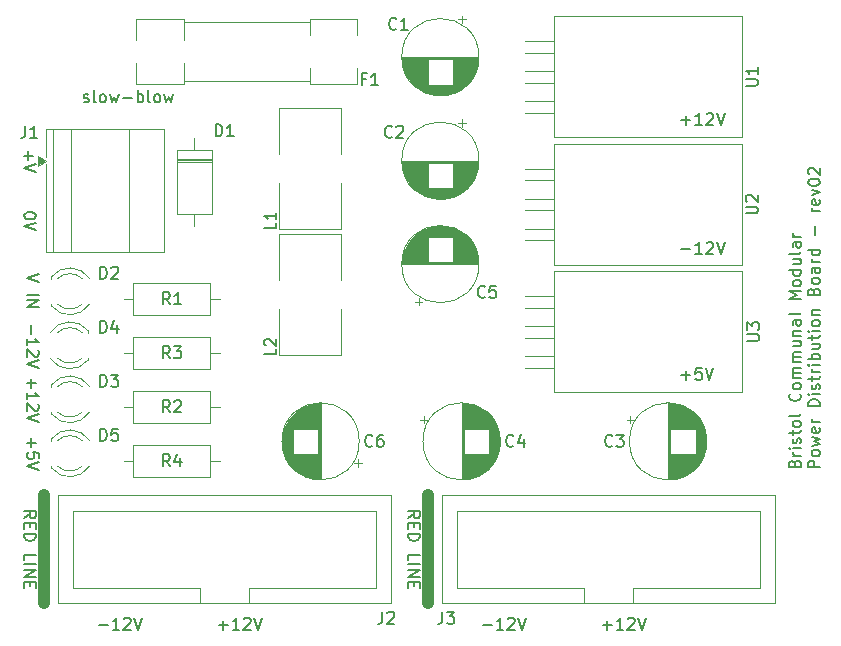
<source format=gto>
%TF.GenerationSoftware,KiCad,Pcbnew,9.0.3*%
%TF.CreationDate,2026-01-03T18:42:08+00:00*%
%TF.ProjectId,bcm-power-supply,62636d2d-706f-4776-9572-2d737570706c,rev02*%
%TF.SameCoordinates,Original*%
%TF.FileFunction,Legend,Top*%
%TF.FilePolarity,Positive*%
%FSLAX46Y46*%
G04 Gerber Fmt 4.6, Leading zero omitted, Abs format (unit mm)*
G04 Created by KiCad (PCBNEW 9.0.3) date 2026-01-03 18:42:08*
%MOMM*%
%LPD*%
G01*
G04 APERTURE LIST*
%ADD10C,0.150000*%
%ADD11C,0.120000*%
%ADD12C,1.000000*%
G04 APERTURE END LIST*
D10*
X66075160Y-67767200D02*
X66170398Y-67814819D01*
X66170398Y-67814819D02*
X66360874Y-67814819D01*
X66360874Y-67814819D02*
X66456112Y-67767200D01*
X66456112Y-67767200D02*
X66503731Y-67671961D01*
X66503731Y-67671961D02*
X66503731Y-67624342D01*
X66503731Y-67624342D02*
X66456112Y-67529104D01*
X66456112Y-67529104D02*
X66360874Y-67481485D01*
X66360874Y-67481485D02*
X66218017Y-67481485D01*
X66218017Y-67481485D02*
X66122779Y-67433866D01*
X66122779Y-67433866D02*
X66075160Y-67338628D01*
X66075160Y-67338628D02*
X66075160Y-67291009D01*
X66075160Y-67291009D02*
X66122779Y-67195771D01*
X66122779Y-67195771D02*
X66218017Y-67148152D01*
X66218017Y-67148152D02*
X66360874Y-67148152D01*
X66360874Y-67148152D02*
X66456112Y-67195771D01*
X67075160Y-67814819D02*
X66979922Y-67767200D01*
X66979922Y-67767200D02*
X66932303Y-67671961D01*
X66932303Y-67671961D02*
X66932303Y-66814819D01*
X67598970Y-67814819D02*
X67503732Y-67767200D01*
X67503732Y-67767200D02*
X67456113Y-67719580D01*
X67456113Y-67719580D02*
X67408494Y-67624342D01*
X67408494Y-67624342D02*
X67408494Y-67338628D01*
X67408494Y-67338628D02*
X67456113Y-67243390D01*
X67456113Y-67243390D02*
X67503732Y-67195771D01*
X67503732Y-67195771D02*
X67598970Y-67148152D01*
X67598970Y-67148152D02*
X67741827Y-67148152D01*
X67741827Y-67148152D02*
X67837065Y-67195771D01*
X67837065Y-67195771D02*
X67884684Y-67243390D01*
X67884684Y-67243390D02*
X67932303Y-67338628D01*
X67932303Y-67338628D02*
X67932303Y-67624342D01*
X67932303Y-67624342D02*
X67884684Y-67719580D01*
X67884684Y-67719580D02*
X67837065Y-67767200D01*
X67837065Y-67767200D02*
X67741827Y-67814819D01*
X67741827Y-67814819D02*
X67598970Y-67814819D01*
X68265637Y-67148152D02*
X68456113Y-67814819D01*
X68456113Y-67814819D02*
X68646589Y-67338628D01*
X68646589Y-67338628D02*
X68837065Y-67814819D01*
X68837065Y-67814819D02*
X69027541Y-67148152D01*
X69408494Y-67433866D02*
X70170399Y-67433866D01*
X70646589Y-67814819D02*
X70646589Y-66814819D01*
X70646589Y-67195771D02*
X70741827Y-67148152D01*
X70741827Y-67148152D02*
X70932303Y-67148152D01*
X70932303Y-67148152D02*
X71027541Y-67195771D01*
X71027541Y-67195771D02*
X71075160Y-67243390D01*
X71075160Y-67243390D02*
X71122779Y-67338628D01*
X71122779Y-67338628D02*
X71122779Y-67624342D01*
X71122779Y-67624342D02*
X71075160Y-67719580D01*
X71075160Y-67719580D02*
X71027541Y-67767200D01*
X71027541Y-67767200D02*
X70932303Y-67814819D01*
X70932303Y-67814819D02*
X70741827Y-67814819D01*
X70741827Y-67814819D02*
X70646589Y-67767200D01*
X71694208Y-67814819D02*
X71598970Y-67767200D01*
X71598970Y-67767200D02*
X71551351Y-67671961D01*
X71551351Y-67671961D02*
X71551351Y-66814819D01*
X72218018Y-67814819D02*
X72122780Y-67767200D01*
X72122780Y-67767200D02*
X72075161Y-67719580D01*
X72075161Y-67719580D02*
X72027542Y-67624342D01*
X72027542Y-67624342D02*
X72027542Y-67338628D01*
X72027542Y-67338628D02*
X72075161Y-67243390D01*
X72075161Y-67243390D02*
X72122780Y-67195771D01*
X72122780Y-67195771D02*
X72218018Y-67148152D01*
X72218018Y-67148152D02*
X72360875Y-67148152D01*
X72360875Y-67148152D02*
X72456113Y-67195771D01*
X72456113Y-67195771D02*
X72503732Y-67243390D01*
X72503732Y-67243390D02*
X72551351Y-67338628D01*
X72551351Y-67338628D02*
X72551351Y-67624342D01*
X72551351Y-67624342D02*
X72503732Y-67719580D01*
X72503732Y-67719580D02*
X72456113Y-67767200D01*
X72456113Y-67767200D02*
X72360875Y-67814819D01*
X72360875Y-67814819D02*
X72218018Y-67814819D01*
X72884685Y-67148152D02*
X73075161Y-67814819D01*
X73075161Y-67814819D02*
X73265637Y-67338628D01*
X73265637Y-67338628D02*
X73456113Y-67814819D01*
X73456113Y-67814819D02*
X73646589Y-67148152D01*
X116668779Y-80260866D02*
X117430684Y-80260866D01*
X118430683Y-80641819D02*
X117859255Y-80641819D01*
X118144969Y-80641819D02*
X118144969Y-79641819D01*
X118144969Y-79641819D02*
X118049731Y-79784676D01*
X118049731Y-79784676D02*
X117954493Y-79879914D01*
X117954493Y-79879914D02*
X117859255Y-79927533D01*
X118811636Y-79737057D02*
X118859255Y-79689438D01*
X118859255Y-79689438D02*
X118954493Y-79641819D01*
X118954493Y-79641819D02*
X119192588Y-79641819D01*
X119192588Y-79641819D02*
X119287826Y-79689438D01*
X119287826Y-79689438D02*
X119335445Y-79737057D01*
X119335445Y-79737057D02*
X119383064Y-79832295D01*
X119383064Y-79832295D02*
X119383064Y-79927533D01*
X119383064Y-79927533D02*
X119335445Y-80070390D01*
X119335445Y-80070390D02*
X118764017Y-80641819D01*
X118764017Y-80641819D02*
X119383064Y-80641819D01*
X119668779Y-79641819D02*
X120002112Y-80641819D01*
X120002112Y-80641819D02*
X120335445Y-79641819D01*
X61648133Y-86630095D02*
X61648133Y-87392000D01*
X61267180Y-88391999D02*
X61267180Y-87820571D01*
X61267180Y-88106285D02*
X62267180Y-88106285D01*
X62267180Y-88106285D02*
X62124323Y-88011047D01*
X62124323Y-88011047D02*
X62029085Y-87915809D01*
X62029085Y-87915809D02*
X61981466Y-87820571D01*
X62171942Y-88772952D02*
X62219561Y-88820571D01*
X62219561Y-88820571D02*
X62267180Y-88915809D01*
X62267180Y-88915809D02*
X62267180Y-89153904D01*
X62267180Y-89153904D02*
X62219561Y-89249142D01*
X62219561Y-89249142D02*
X62171942Y-89296761D01*
X62171942Y-89296761D02*
X62076704Y-89344380D01*
X62076704Y-89344380D02*
X61981466Y-89344380D01*
X61981466Y-89344380D02*
X61838609Y-89296761D01*
X61838609Y-89296761D02*
X61267180Y-88725333D01*
X61267180Y-88725333D02*
X61267180Y-89344380D01*
X62267180Y-89630095D02*
X61267180Y-89963428D01*
X61267180Y-89963428D02*
X62267180Y-90296761D01*
X62013180Y-77374809D02*
X62013180Y-77470047D01*
X62013180Y-77470047D02*
X61965561Y-77565285D01*
X61965561Y-77565285D02*
X61917942Y-77612904D01*
X61917942Y-77612904D02*
X61822704Y-77660523D01*
X61822704Y-77660523D02*
X61632228Y-77708142D01*
X61632228Y-77708142D02*
X61394133Y-77708142D01*
X61394133Y-77708142D02*
X61203657Y-77660523D01*
X61203657Y-77660523D02*
X61108419Y-77612904D01*
X61108419Y-77612904D02*
X61060800Y-77565285D01*
X61060800Y-77565285D02*
X61013180Y-77470047D01*
X61013180Y-77470047D02*
X61013180Y-77374809D01*
X61013180Y-77374809D02*
X61060800Y-77279571D01*
X61060800Y-77279571D02*
X61108419Y-77231952D01*
X61108419Y-77231952D02*
X61203657Y-77184333D01*
X61203657Y-77184333D02*
X61394133Y-77136714D01*
X61394133Y-77136714D02*
X61632228Y-77136714D01*
X61632228Y-77136714D02*
X61822704Y-77184333D01*
X61822704Y-77184333D02*
X61917942Y-77231952D01*
X61917942Y-77231952D02*
X61965561Y-77279571D01*
X61965561Y-77279571D02*
X62013180Y-77374809D01*
X62013180Y-77993857D02*
X61013180Y-78327190D01*
X61013180Y-78327190D02*
X62013180Y-78660523D01*
X126260065Y-98389887D02*
X126307684Y-98247030D01*
X126307684Y-98247030D02*
X126355303Y-98199411D01*
X126355303Y-98199411D02*
X126450541Y-98151792D01*
X126450541Y-98151792D02*
X126593398Y-98151792D01*
X126593398Y-98151792D02*
X126688636Y-98199411D01*
X126688636Y-98199411D02*
X126736256Y-98247030D01*
X126736256Y-98247030D02*
X126783875Y-98342268D01*
X126783875Y-98342268D02*
X126783875Y-98723220D01*
X126783875Y-98723220D02*
X125783875Y-98723220D01*
X125783875Y-98723220D02*
X125783875Y-98389887D01*
X125783875Y-98389887D02*
X125831494Y-98294649D01*
X125831494Y-98294649D02*
X125879113Y-98247030D01*
X125879113Y-98247030D02*
X125974351Y-98199411D01*
X125974351Y-98199411D02*
X126069589Y-98199411D01*
X126069589Y-98199411D02*
X126164827Y-98247030D01*
X126164827Y-98247030D02*
X126212446Y-98294649D01*
X126212446Y-98294649D02*
X126260065Y-98389887D01*
X126260065Y-98389887D02*
X126260065Y-98723220D01*
X126783875Y-97723220D02*
X126117208Y-97723220D01*
X126307684Y-97723220D02*
X126212446Y-97675601D01*
X126212446Y-97675601D02*
X126164827Y-97627982D01*
X126164827Y-97627982D02*
X126117208Y-97532744D01*
X126117208Y-97532744D02*
X126117208Y-97437506D01*
X126783875Y-97104172D02*
X126117208Y-97104172D01*
X125783875Y-97104172D02*
X125831494Y-97151791D01*
X125831494Y-97151791D02*
X125879113Y-97104172D01*
X125879113Y-97104172D02*
X125831494Y-97056553D01*
X125831494Y-97056553D02*
X125783875Y-97104172D01*
X125783875Y-97104172D02*
X125879113Y-97104172D01*
X126736256Y-96675601D02*
X126783875Y-96580363D01*
X126783875Y-96580363D02*
X126783875Y-96389887D01*
X126783875Y-96389887D02*
X126736256Y-96294649D01*
X126736256Y-96294649D02*
X126641017Y-96247030D01*
X126641017Y-96247030D02*
X126593398Y-96247030D01*
X126593398Y-96247030D02*
X126498160Y-96294649D01*
X126498160Y-96294649D02*
X126450541Y-96389887D01*
X126450541Y-96389887D02*
X126450541Y-96532744D01*
X126450541Y-96532744D02*
X126402922Y-96627982D01*
X126402922Y-96627982D02*
X126307684Y-96675601D01*
X126307684Y-96675601D02*
X126260065Y-96675601D01*
X126260065Y-96675601D02*
X126164827Y-96627982D01*
X126164827Y-96627982D02*
X126117208Y-96532744D01*
X126117208Y-96532744D02*
X126117208Y-96389887D01*
X126117208Y-96389887D02*
X126164827Y-96294649D01*
X126117208Y-95961315D02*
X126117208Y-95580363D01*
X125783875Y-95818458D02*
X126641017Y-95818458D01*
X126641017Y-95818458D02*
X126736256Y-95770839D01*
X126736256Y-95770839D02*
X126783875Y-95675601D01*
X126783875Y-95675601D02*
X126783875Y-95580363D01*
X126783875Y-95104172D02*
X126736256Y-95199410D01*
X126736256Y-95199410D02*
X126688636Y-95247029D01*
X126688636Y-95247029D02*
X126593398Y-95294648D01*
X126593398Y-95294648D02*
X126307684Y-95294648D01*
X126307684Y-95294648D02*
X126212446Y-95247029D01*
X126212446Y-95247029D02*
X126164827Y-95199410D01*
X126164827Y-95199410D02*
X126117208Y-95104172D01*
X126117208Y-95104172D02*
X126117208Y-94961315D01*
X126117208Y-94961315D02*
X126164827Y-94866077D01*
X126164827Y-94866077D02*
X126212446Y-94818458D01*
X126212446Y-94818458D02*
X126307684Y-94770839D01*
X126307684Y-94770839D02*
X126593398Y-94770839D01*
X126593398Y-94770839D02*
X126688636Y-94818458D01*
X126688636Y-94818458D02*
X126736256Y-94866077D01*
X126736256Y-94866077D02*
X126783875Y-94961315D01*
X126783875Y-94961315D02*
X126783875Y-95104172D01*
X126783875Y-94199410D02*
X126736256Y-94294648D01*
X126736256Y-94294648D02*
X126641017Y-94342267D01*
X126641017Y-94342267D02*
X125783875Y-94342267D01*
X126688636Y-92485124D02*
X126736256Y-92532743D01*
X126736256Y-92532743D02*
X126783875Y-92675600D01*
X126783875Y-92675600D02*
X126783875Y-92770838D01*
X126783875Y-92770838D02*
X126736256Y-92913695D01*
X126736256Y-92913695D02*
X126641017Y-93008933D01*
X126641017Y-93008933D02*
X126545779Y-93056552D01*
X126545779Y-93056552D02*
X126355303Y-93104171D01*
X126355303Y-93104171D02*
X126212446Y-93104171D01*
X126212446Y-93104171D02*
X126021970Y-93056552D01*
X126021970Y-93056552D02*
X125926732Y-93008933D01*
X125926732Y-93008933D02*
X125831494Y-92913695D01*
X125831494Y-92913695D02*
X125783875Y-92770838D01*
X125783875Y-92770838D02*
X125783875Y-92675600D01*
X125783875Y-92675600D02*
X125831494Y-92532743D01*
X125831494Y-92532743D02*
X125879113Y-92485124D01*
X126783875Y-91913695D02*
X126736256Y-92008933D01*
X126736256Y-92008933D02*
X126688636Y-92056552D01*
X126688636Y-92056552D02*
X126593398Y-92104171D01*
X126593398Y-92104171D02*
X126307684Y-92104171D01*
X126307684Y-92104171D02*
X126212446Y-92056552D01*
X126212446Y-92056552D02*
X126164827Y-92008933D01*
X126164827Y-92008933D02*
X126117208Y-91913695D01*
X126117208Y-91913695D02*
X126117208Y-91770838D01*
X126117208Y-91770838D02*
X126164827Y-91675600D01*
X126164827Y-91675600D02*
X126212446Y-91627981D01*
X126212446Y-91627981D02*
X126307684Y-91580362D01*
X126307684Y-91580362D02*
X126593398Y-91580362D01*
X126593398Y-91580362D02*
X126688636Y-91627981D01*
X126688636Y-91627981D02*
X126736256Y-91675600D01*
X126736256Y-91675600D02*
X126783875Y-91770838D01*
X126783875Y-91770838D02*
X126783875Y-91913695D01*
X126783875Y-91151790D02*
X126117208Y-91151790D01*
X126212446Y-91151790D02*
X126164827Y-91104171D01*
X126164827Y-91104171D02*
X126117208Y-91008933D01*
X126117208Y-91008933D02*
X126117208Y-90866076D01*
X126117208Y-90866076D02*
X126164827Y-90770838D01*
X126164827Y-90770838D02*
X126260065Y-90723219D01*
X126260065Y-90723219D02*
X126783875Y-90723219D01*
X126260065Y-90723219D02*
X126164827Y-90675600D01*
X126164827Y-90675600D02*
X126117208Y-90580362D01*
X126117208Y-90580362D02*
X126117208Y-90437505D01*
X126117208Y-90437505D02*
X126164827Y-90342266D01*
X126164827Y-90342266D02*
X126260065Y-90294647D01*
X126260065Y-90294647D02*
X126783875Y-90294647D01*
X126783875Y-89818457D02*
X126117208Y-89818457D01*
X126212446Y-89818457D02*
X126164827Y-89770838D01*
X126164827Y-89770838D02*
X126117208Y-89675600D01*
X126117208Y-89675600D02*
X126117208Y-89532743D01*
X126117208Y-89532743D02*
X126164827Y-89437505D01*
X126164827Y-89437505D02*
X126260065Y-89389886D01*
X126260065Y-89389886D02*
X126783875Y-89389886D01*
X126260065Y-89389886D02*
X126164827Y-89342267D01*
X126164827Y-89342267D02*
X126117208Y-89247029D01*
X126117208Y-89247029D02*
X126117208Y-89104172D01*
X126117208Y-89104172D02*
X126164827Y-89008933D01*
X126164827Y-89008933D02*
X126260065Y-88961314D01*
X126260065Y-88961314D02*
X126783875Y-88961314D01*
X126117208Y-88056553D02*
X126783875Y-88056553D01*
X126117208Y-88485124D02*
X126641017Y-88485124D01*
X126641017Y-88485124D02*
X126736256Y-88437505D01*
X126736256Y-88437505D02*
X126783875Y-88342267D01*
X126783875Y-88342267D02*
X126783875Y-88199410D01*
X126783875Y-88199410D02*
X126736256Y-88104172D01*
X126736256Y-88104172D02*
X126688636Y-88056553D01*
X126117208Y-87580362D02*
X126783875Y-87580362D01*
X126212446Y-87580362D02*
X126164827Y-87532743D01*
X126164827Y-87532743D02*
X126117208Y-87437505D01*
X126117208Y-87437505D02*
X126117208Y-87294648D01*
X126117208Y-87294648D02*
X126164827Y-87199410D01*
X126164827Y-87199410D02*
X126260065Y-87151791D01*
X126260065Y-87151791D02*
X126783875Y-87151791D01*
X126783875Y-86247029D02*
X126260065Y-86247029D01*
X126260065Y-86247029D02*
X126164827Y-86294648D01*
X126164827Y-86294648D02*
X126117208Y-86389886D01*
X126117208Y-86389886D02*
X126117208Y-86580362D01*
X126117208Y-86580362D02*
X126164827Y-86675600D01*
X126736256Y-86247029D02*
X126783875Y-86342267D01*
X126783875Y-86342267D02*
X126783875Y-86580362D01*
X126783875Y-86580362D02*
X126736256Y-86675600D01*
X126736256Y-86675600D02*
X126641017Y-86723219D01*
X126641017Y-86723219D02*
X126545779Y-86723219D01*
X126545779Y-86723219D02*
X126450541Y-86675600D01*
X126450541Y-86675600D02*
X126402922Y-86580362D01*
X126402922Y-86580362D02*
X126402922Y-86342267D01*
X126402922Y-86342267D02*
X126355303Y-86247029D01*
X126783875Y-85627981D02*
X126736256Y-85723219D01*
X126736256Y-85723219D02*
X126641017Y-85770838D01*
X126641017Y-85770838D02*
X125783875Y-85770838D01*
X126783875Y-84485123D02*
X125783875Y-84485123D01*
X125783875Y-84485123D02*
X126498160Y-84151790D01*
X126498160Y-84151790D02*
X125783875Y-83818457D01*
X125783875Y-83818457D02*
X126783875Y-83818457D01*
X126783875Y-83199409D02*
X126736256Y-83294647D01*
X126736256Y-83294647D02*
X126688636Y-83342266D01*
X126688636Y-83342266D02*
X126593398Y-83389885D01*
X126593398Y-83389885D02*
X126307684Y-83389885D01*
X126307684Y-83389885D02*
X126212446Y-83342266D01*
X126212446Y-83342266D02*
X126164827Y-83294647D01*
X126164827Y-83294647D02*
X126117208Y-83199409D01*
X126117208Y-83199409D02*
X126117208Y-83056552D01*
X126117208Y-83056552D02*
X126164827Y-82961314D01*
X126164827Y-82961314D02*
X126212446Y-82913695D01*
X126212446Y-82913695D02*
X126307684Y-82866076D01*
X126307684Y-82866076D02*
X126593398Y-82866076D01*
X126593398Y-82866076D02*
X126688636Y-82913695D01*
X126688636Y-82913695D02*
X126736256Y-82961314D01*
X126736256Y-82961314D02*
X126783875Y-83056552D01*
X126783875Y-83056552D02*
X126783875Y-83199409D01*
X126783875Y-82008933D02*
X125783875Y-82008933D01*
X126736256Y-82008933D02*
X126783875Y-82104171D01*
X126783875Y-82104171D02*
X126783875Y-82294647D01*
X126783875Y-82294647D02*
X126736256Y-82389885D01*
X126736256Y-82389885D02*
X126688636Y-82437504D01*
X126688636Y-82437504D02*
X126593398Y-82485123D01*
X126593398Y-82485123D02*
X126307684Y-82485123D01*
X126307684Y-82485123D02*
X126212446Y-82437504D01*
X126212446Y-82437504D02*
X126164827Y-82389885D01*
X126164827Y-82389885D02*
X126117208Y-82294647D01*
X126117208Y-82294647D02*
X126117208Y-82104171D01*
X126117208Y-82104171D02*
X126164827Y-82008933D01*
X126117208Y-81104171D02*
X126783875Y-81104171D01*
X126117208Y-81532742D02*
X126641017Y-81532742D01*
X126641017Y-81532742D02*
X126736256Y-81485123D01*
X126736256Y-81485123D02*
X126783875Y-81389885D01*
X126783875Y-81389885D02*
X126783875Y-81247028D01*
X126783875Y-81247028D02*
X126736256Y-81151790D01*
X126736256Y-81151790D02*
X126688636Y-81104171D01*
X126783875Y-80485123D02*
X126736256Y-80580361D01*
X126736256Y-80580361D02*
X126641017Y-80627980D01*
X126641017Y-80627980D02*
X125783875Y-80627980D01*
X126783875Y-79675599D02*
X126260065Y-79675599D01*
X126260065Y-79675599D02*
X126164827Y-79723218D01*
X126164827Y-79723218D02*
X126117208Y-79818456D01*
X126117208Y-79818456D02*
X126117208Y-80008932D01*
X126117208Y-80008932D02*
X126164827Y-80104170D01*
X126736256Y-79675599D02*
X126783875Y-79770837D01*
X126783875Y-79770837D02*
X126783875Y-80008932D01*
X126783875Y-80008932D02*
X126736256Y-80104170D01*
X126736256Y-80104170D02*
X126641017Y-80151789D01*
X126641017Y-80151789D02*
X126545779Y-80151789D01*
X126545779Y-80151789D02*
X126450541Y-80104170D01*
X126450541Y-80104170D02*
X126402922Y-80008932D01*
X126402922Y-80008932D02*
X126402922Y-79770837D01*
X126402922Y-79770837D02*
X126355303Y-79675599D01*
X126783875Y-79199408D02*
X126117208Y-79199408D01*
X126307684Y-79199408D02*
X126212446Y-79151789D01*
X126212446Y-79151789D02*
X126164827Y-79104170D01*
X126164827Y-79104170D02*
X126117208Y-79008932D01*
X126117208Y-79008932D02*
X126117208Y-78913694D01*
X128393819Y-98723220D02*
X127393819Y-98723220D01*
X127393819Y-98723220D02*
X127393819Y-98342268D01*
X127393819Y-98342268D02*
X127441438Y-98247030D01*
X127441438Y-98247030D02*
X127489057Y-98199411D01*
X127489057Y-98199411D02*
X127584295Y-98151792D01*
X127584295Y-98151792D02*
X127727152Y-98151792D01*
X127727152Y-98151792D02*
X127822390Y-98199411D01*
X127822390Y-98199411D02*
X127870009Y-98247030D01*
X127870009Y-98247030D02*
X127917628Y-98342268D01*
X127917628Y-98342268D02*
X127917628Y-98723220D01*
X128393819Y-97580363D02*
X128346200Y-97675601D01*
X128346200Y-97675601D02*
X128298580Y-97723220D01*
X128298580Y-97723220D02*
X128203342Y-97770839D01*
X128203342Y-97770839D02*
X127917628Y-97770839D01*
X127917628Y-97770839D02*
X127822390Y-97723220D01*
X127822390Y-97723220D02*
X127774771Y-97675601D01*
X127774771Y-97675601D02*
X127727152Y-97580363D01*
X127727152Y-97580363D02*
X127727152Y-97437506D01*
X127727152Y-97437506D02*
X127774771Y-97342268D01*
X127774771Y-97342268D02*
X127822390Y-97294649D01*
X127822390Y-97294649D02*
X127917628Y-97247030D01*
X127917628Y-97247030D02*
X128203342Y-97247030D01*
X128203342Y-97247030D02*
X128298580Y-97294649D01*
X128298580Y-97294649D02*
X128346200Y-97342268D01*
X128346200Y-97342268D02*
X128393819Y-97437506D01*
X128393819Y-97437506D02*
X128393819Y-97580363D01*
X127727152Y-96913696D02*
X128393819Y-96723220D01*
X128393819Y-96723220D02*
X127917628Y-96532744D01*
X127917628Y-96532744D02*
X128393819Y-96342268D01*
X128393819Y-96342268D02*
X127727152Y-96151792D01*
X128346200Y-95389887D02*
X128393819Y-95485125D01*
X128393819Y-95485125D02*
X128393819Y-95675601D01*
X128393819Y-95675601D02*
X128346200Y-95770839D01*
X128346200Y-95770839D02*
X128250961Y-95818458D01*
X128250961Y-95818458D02*
X127870009Y-95818458D01*
X127870009Y-95818458D02*
X127774771Y-95770839D01*
X127774771Y-95770839D02*
X127727152Y-95675601D01*
X127727152Y-95675601D02*
X127727152Y-95485125D01*
X127727152Y-95485125D02*
X127774771Y-95389887D01*
X127774771Y-95389887D02*
X127870009Y-95342268D01*
X127870009Y-95342268D02*
X127965247Y-95342268D01*
X127965247Y-95342268D02*
X128060485Y-95818458D01*
X128393819Y-94913696D02*
X127727152Y-94913696D01*
X127917628Y-94913696D02*
X127822390Y-94866077D01*
X127822390Y-94866077D02*
X127774771Y-94818458D01*
X127774771Y-94818458D02*
X127727152Y-94723220D01*
X127727152Y-94723220D02*
X127727152Y-94627982D01*
X128393819Y-93532743D02*
X127393819Y-93532743D01*
X127393819Y-93532743D02*
X127393819Y-93294648D01*
X127393819Y-93294648D02*
X127441438Y-93151791D01*
X127441438Y-93151791D02*
X127536676Y-93056553D01*
X127536676Y-93056553D02*
X127631914Y-93008934D01*
X127631914Y-93008934D02*
X127822390Y-92961315D01*
X127822390Y-92961315D02*
X127965247Y-92961315D01*
X127965247Y-92961315D02*
X128155723Y-93008934D01*
X128155723Y-93008934D02*
X128250961Y-93056553D01*
X128250961Y-93056553D02*
X128346200Y-93151791D01*
X128346200Y-93151791D02*
X128393819Y-93294648D01*
X128393819Y-93294648D02*
X128393819Y-93532743D01*
X128393819Y-92532743D02*
X127727152Y-92532743D01*
X127393819Y-92532743D02*
X127441438Y-92580362D01*
X127441438Y-92580362D02*
X127489057Y-92532743D01*
X127489057Y-92532743D02*
X127441438Y-92485124D01*
X127441438Y-92485124D02*
X127393819Y-92532743D01*
X127393819Y-92532743D02*
X127489057Y-92532743D01*
X128346200Y-92104172D02*
X128393819Y-92008934D01*
X128393819Y-92008934D02*
X128393819Y-91818458D01*
X128393819Y-91818458D02*
X128346200Y-91723220D01*
X128346200Y-91723220D02*
X128250961Y-91675601D01*
X128250961Y-91675601D02*
X128203342Y-91675601D01*
X128203342Y-91675601D02*
X128108104Y-91723220D01*
X128108104Y-91723220D02*
X128060485Y-91818458D01*
X128060485Y-91818458D02*
X128060485Y-91961315D01*
X128060485Y-91961315D02*
X128012866Y-92056553D01*
X128012866Y-92056553D02*
X127917628Y-92104172D01*
X127917628Y-92104172D02*
X127870009Y-92104172D01*
X127870009Y-92104172D02*
X127774771Y-92056553D01*
X127774771Y-92056553D02*
X127727152Y-91961315D01*
X127727152Y-91961315D02*
X127727152Y-91818458D01*
X127727152Y-91818458D02*
X127774771Y-91723220D01*
X127727152Y-91389886D02*
X127727152Y-91008934D01*
X127393819Y-91247029D02*
X128250961Y-91247029D01*
X128250961Y-91247029D02*
X128346200Y-91199410D01*
X128346200Y-91199410D02*
X128393819Y-91104172D01*
X128393819Y-91104172D02*
X128393819Y-91008934D01*
X128393819Y-90675600D02*
X127727152Y-90675600D01*
X127917628Y-90675600D02*
X127822390Y-90627981D01*
X127822390Y-90627981D02*
X127774771Y-90580362D01*
X127774771Y-90580362D02*
X127727152Y-90485124D01*
X127727152Y-90485124D02*
X127727152Y-90389886D01*
X128393819Y-90056552D02*
X127727152Y-90056552D01*
X127393819Y-90056552D02*
X127441438Y-90104171D01*
X127441438Y-90104171D02*
X127489057Y-90056552D01*
X127489057Y-90056552D02*
X127441438Y-90008933D01*
X127441438Y-90008933D02*
X127393819Y-90056552D01*
X127393819Y-90056552D02*
X127489057Y-90056552D01*
X128393819Y-89580362D02*
X127393819Y-89580362D01*
X127774771Y-89580362D02*
X127727152Y-89485124D01*
X127727152Y-89485124D02*
X127727152Y-89294648D01*
X127727152Y-89294648D02*
X127774771Y-89199410D01*
X127774771Y-89199410D02*
X127822390Y-89151791D01*
X127822390Y-89151791D02*
X127917628Y-89104172D01*
X127917628Y-89104172D02*
X128203342Y-89104172D01*
X128203342Y-89104172D02*
X128298580Y-89151791D01*
X128298580Y-89151791D02*
X128346200Y-89199410D01*
X128346200Y-89199410D02*
X128393819Y-89294648D01*
X128393819Y-89294648D02*
X128393819Y-89485124D01*
X128393819Y-89485124D02*
X128346200Y-89580362D01*
X127727152Y-88247029D02*
X128393819Y-88247029D01*
X127727152Y-88675600D02*
X128250961Y-88675600D01*
X128250961Y-88675600D02*
X128346200Y-88627981D01*
X128346200Y-88627981D02*
X128393819Y-88532743D01*
X128393819Y-88532743D02*
X128393819Y-88389886D01*
X128393819Y-88389886D02*
X128346200Y-88294648D01*
X128346200Y-88294648D02*
X128298580Y-88247029D01*
X127727152Y-87913695D02*
X127727152Y-87532743D01*
X127393819Y-87770838D02*
X128250961Y-87770838D01*
X128250961Y-87770838D02*
X128346200Y-87723219D01*
X128346200Y-87723219D02*
X128393819Y-87627981D01*
X128393819Y-87627981D02*
X128393819Y-87532743D01*
X128393819Y-87199409D02*
X127727152Y-87199409D01*
X127393819Y-87199409D02*
X127441438Y-87247028D01*
X127441438Y-87247028D02*
X127489057Y-87199409D01*
X127489057Y-87199409D02*
X127441438Y-87151790D01*
X127441438Y-87151790D02*
X127393819Y-87199409D01*
X127393819Y-87199409D02*
X127489057Y-87199409D01*
X128393819Y-86580362D02*
X128346200Y-86675600D01*
X128346200Y-86675600D02*
X128298580Y-86723219D01*
X128298580Y-86723219D02*
X128203342Y-86770838D01*
X128203342Y-86770838D02*
X127917628Y-86770838D01*
X127917628Y-86770838D02*
X127822390Y-86723219D01*
X127822390Y-86723219D02*
X127774771Y-86675600D01*
X127774771Y-86675600D02*
X127727152Y-86580362D01*
X127727152Y-86580362D02*
X127727152Y-86437505D01*
X127727152Y-86437505D02*
X127774771Y-86342267D01*
X127774771Y-86342267D02*
X127822390Y-86294648D01*
X127822390Y-86294648D02*
X127917628Y-86247029D01*
X127917628Y-86247029D02*
X128203342Y-86247029D01*
X128203342Y-86247029D02*
X128298580Y-86294648D01*
X128298580Y-86294648D02*
X128346200Y-86342267D01*
X128346200Y-86342267D02*
X128393819Y-86437505D01*
X128393819Y-86437505D02*
X128393819Y-86580362D01*
X127727152Y-85818457D02*
X128393819Y-85818457D01*
X127822390Y-85818457D02*
X127774771Y-85770838D01*
X127774771Y-85770838D02*
X127727152Y-85675600D01*
X127727152Y-85675600D02*
X127727152Y-85532743D01*
X127727152Y-85532743D02*
X127774771Y-85437505D01*
X127774771Y-85437505D02*
X127870009Y-85389886D01*
X127870009Y-85389886D02*
X128393819Y-85389886D01*
X127870009Y-83818457D02*
X127917628Y-83675600D01*
X127917628Y-83675600D02*
X127965247Y-83627981D01*
X127965247Y-83627981D02*
X128060485Y-83580362D01*
X128060485Y-83580362D02*
X128203342Y-83580362D01*
X128203342Y-83580362D02*
X128298580Y-83627981D01*
X128298580Y-83627981D02*
X128346200Y-83675600D01*
X128346200Y-83675600D02*
X128393819Y-83770838D01*
X128393819Y-83770838D02*
X128393819Y-84151790D01*
X128393819Y-84151790D02*
X127393819Y-84151790D01*
X127393819Y-84151790D02*
X127393819Y-83818457D01*
X127393819Y-83818457D02*
X127441438Y-83723219D01*
X127441438Y-83723219D02*
X127489057Y-83675600D01*
X127489057Y-83675600D02*
X127584295Y-83627981D01*
X127584295Y-83627981D02*
X127679533Y-83627981D01*
X127679533Y-83627981D02*
X127774771Y-83675600D01*
X127774771Y-83675600D02*
X127822390Y-83723219D01*
X127822390Y-83723219D02*
X127870009Y-83818457D01*
X127870009Y-83818457D02*
X127870009Y-84151790D01*
X128393819Y-83008933D02*
X128346200Y-83104171D01*
X128346200Y-83104171D02*
X128298580Y-83151790D01*
X128298580Y-83151790D02*
X128203342Y-83199409D01*
X128203342Y-83199409D02*
X127917628Y-83199409D01*
X127917628Y-83199409D02*
X127822390Y-83151790D01*
X127822390Y-83151790D02*
X127774771Y-83104171D01*
X127774771Y-83104171D02*
X127727152Y-83008933D01*
X127727152Y-83008933D02*
X127727152Y-82866076D01*
X127727152Y-82866076D02*
X127774771Y-82770838D01*
X127774771Y-82770838D02*
X127822390Y-82723219D01*
X127822390Y-82723219D02*
X127917628Y-82675600D01*
X127917628Y-82675600D02*
X128203342Y-82675600D01*
X128203342Y-82675600D02*
X128298580Y-82723219D01*
X128298580Y-82723219D02*
X128346200Y-82770838D01*
X128346200Y-82770838D02*
X128393819Y-82866076D01*
X128393819Y-82866076D02*
X128393819Y-83008933D01*
X128393819Y-81818457D02*
X127870009Y-81818457D01*
X127870009Y-81818457D02*
X127774771Y-81866076D01*
X127774771Y-81866076D02*
X127727152Y-81961314D01*
X127727152Y-81961314D02*
X127727152Y-82151790D01*
X127727152Y-82151790D02*
X127774771Y-82247028D01*
X128346200Y-81818457D02*
X128393819Y-81913695D01*
X128393819Y-81913695D02*
X128393819Y-82151790D01*
X128393819Y-82151790D02*
X128346200Y-82247028D01*
X128346200Y-82247028D02*
X128250961Y-82294647D01*
X128250961Y-82294647D02*
X128155723Y-82294647D01*
X128155723Y-82294647D02*
X128060485Y-82247028D01*
X128060485Y-82247028D02*
X128012866Y-82151790D01*
X128012866Y-82151790D02*
X128012866Y-81913695D01*
X128012866Y-81913695D02*
X127965247Y-81818457D01*
X128393819Y-81342266D02*
X127727152Y-81342266D01*
X127917628Y-81342266D02*
X127822390Y-81294647D01*
X127822390Y-81294647D02*
X127774771Y-81247028D01*
X127774771Y-81247028D02*
X127727152Y-81151790D01*
X127727152Y-81151790D02*
X127727152Y-81056552D01*
X128393819Y-80294647D02*
X127393819Y-80294647D01*
X128346200Y-80294647D02*
X128393819Y-80389885D01*
X128393819Y-80389885D02*
X128393819Y-80580361D01*
X128393819Y-80580361D02*
X128346200Y-80675599D01*
X128346200Y-80675599D02*
X128298580Y-80723218D01*
X128298580Y-80723218D02*
X128203342Y-80770837D01*
X128203342Y-80770837D02*
X127917628Y-80770837D01*
X127917628Y-80770837D02*
X127822390Y-80723218D01*
X127822390Y-80723218D02*
X127774771Y-80675599D01*
X127774771Y-80675599D02*
X127727152Y-80580361D01*
X127727152Y-80580361D02*
X127727152Y-80389885D01*
X127727152Y-80389885D02*
X127774771Y-80294647D01*
X128012866Y-79056551D02*
X128012866Y-78294647D01*
X128393819Y-77056551D02*
X127727152Y-77056551D01*
X127917628Y-77056551D02*
X127822390Y-77008932D01*
X127822390Y-77008932D02*
X127774771Y-76961313D01*
X127774771Y-76961313D02*
X127727152Y-76866075D01*
X127727152Y-76866075D02*
X127727152Y-76770837D01*
X128346200Y-76056551D02*
X128393819Y-76151789D01*
X128393819Y-76151789D02*
X128393819Y-76342265D01*
X128393819Y-76342265D02*
X128346200Y-76437503D01*
X128346200Y-76437503D02*
X128250961Y-76485122D01*
X128250961Y-76485122D02*
X127870009Y-76485122D01*
X127870009Y-76485122D02*
X127774771Y-76437503D01*
X127774771Y-76437503D02*
X127727152Y-76342265D01*
X127727152Y-76342265D02*
X127727152Y-76151789D01*
X127727152Y-76151789D02*
X127774771Y-76056551D01*
X127774771Y-76056551D02*
X127870009Y-76008932D01*
X127870009Y-76008932D02*
X127965247Y-76008932D01*
X127965247Y-76008932D02*
X128060485Y-76485122D01*
X127727152Y-75675598D02*
X128393819Y-75437503D01*
X128393819Y-75437503D02*
X127727152Y-75199408D01*
X127393819Y-74627979D02*
X127393819Y-74532741D01*
X127393819Y-74532741D02*
X127441438Y-74437503D01*
X127441438Y-74437503D02*
X127489057Y-74389884D01*
X127489057Y-74389884D02*
X127584295Y-74342265D01*
X127584295Y-74342265D02*
X127774771Y-74294646D01*
X127774771Y-74294646D02*
X128012866Y-74294646D01*
X128012866Y-74294646D02*
X128203342Y-74342265D01*
X128203342Y-74342265D02*
X128298580Y-74389884D01*
X128298580Y-74389884D02*
X128346200Y-74437503D01*
X128346200Y-74437503D02*
X128393819Y-74532741D01*
X128393819Y-74532741D02*
X128393819Y-74627979D01*
X128393819Y-74627979D02*
X128346200Y-74723217D01*
X128346200Y-74723217D02*
X128298580Y-74770836D01*
X128298580Y-74770836D02*
X128203342Y-74818455D01*
X128203342Y-74818455D02*
X128012866Y-74866074D01*
X128012866Y-74866074D02*
X127774771Y-74866074D01*
X127774771Y-74866074D02*
X127584295Y-74818455D01*
X127584295Y-74818455D02*
X127489057Y-74770836D01*
X127489057Y-74770836D02*
X127441438Y-74723217D01*
X127441438Y-74723217D02*
X127393819Y-74627979D01*
X127489057Y-73913693D02*
X127441438Y-73866074D01*
X127441438Y-73866074D02*
X127393819Y-73770836D01*
X127393819Y-73770836D02*
X127393819Y-73532741D01*
X127393819Y-73532741D02*
X127441438Y-73437503D01*
X127441438Y-73437503D02*
X127489057Y-73389884D01*
X127489057Y-73389884D02*
X127584295Y-73342265D01*
X127584295Y-73342265D02*
X127679533Y-73342265D01*
X127679533Y-73342265D02*
X127822390Y-73389884D01*
X127822390Y-73389884D02*
X128393819Y-73961312D01*
X128393819Y-73961312D02*
X128393819Y-73342265D01*
X116668779Y-69338866D02*
X117430684Y-69338866D01*
X117049731Y-69719819D02*
X117049731Y-68957914D01*
X118430683Y-69719819D02*
X117859255Y-69719819D01*
X118144969Y-69719819D02*
X118144969Y-68719819D01*
X118144969Y-68719819D02*
X118049731Y-68862676D01*
X118049731Y-68862676D02*
X117954493Y-68957914D01*
X117954493Y-68957914D02*
X117859255Y-69005533D01*
X118811636Y-68815057D02*
X118859255Y-68767438D01*
X118859255Y-68767438D02*
X118954493Y-68719819D01*
X118954493Y-68719819D02*
X119192588Y-68719819D01*
X119192588Y-68719819D02*
X119287826Y-68767438D01*
X119287826Y-68767438D02*
X119335445Y-68815057D01*
X119335445Y-68815057D02*
X119383064Y-68910295D01*
X119383064Y-68910295D02*
X119383064Y-69005533D01*
X119383064Y-69005533D02*
X119335445Y-69148390D01*
X119335445Y-69148390D02*
X118764017Y-69719819D01*
X118764017Y-69719819D02*
X119383064Y-69719819D01*
X119668779Y-68719819D02*
X120002112Y-69719819D01*
X120002112Y-69719819D02*
X120335445Y-68719819D01*
X61394133Y-71961476D02*
X61394133Y-72723381D01*
X61013180Y-72342428D02*
X61775085Y-72342428D01*
X62013180Y-73056714D02*
X61013180Y-73390047D01*
X61013180Y-73390047D02*
X62013180Y-73723380D01*
X62267180Y-82343810D02*
X61267180Y-82677143D01*
X61267180Y-82677143D02*
X62267180Y-83010476D01*
X61267180Y-84105715D02*
X62267180Y-84105715D01*
X61267180Y-84581905D02*
X62267180Y-84581905D01*
X62267180Y-84581905D02*
X61267180Y-85153333D01*
X61267180Y-85153333D02*
X62267180Y-85153333D01*
X61648133Y-96250286D02*
X61648133Y-97012191D01*
X61267180Y-96631238D02*
X62029085Y-96631238D01*
X62267180Y-97964571D02*
X62267180Y-97488381D01*
X62267180Y-97488381D02*
X61790990Y-97440762D01*
X61790990Y-97440762D02*
X61838609Y-97488381D01*
X61838609Y-97488381D02*
X61886228Y-97583619D01*
X61886228Y-97583619D02*
X61886228Y-97821714D01*
X61886228Y-97821714D02*
X61838609Y-97916952D01*
X61838609Y-97916952D02*
X61790990Y-97964571D01*
X61790990Y-97964571D02*
X61695752Y-98012190D01*
X61695752Y-98012190D02*
X61457657Y-98012190D01*
X61457657Y-98012190D02*
X61362419Y-97964571D01*
X61362419Y-97964571D02*
X61314800Y-97916952D01*
X61314800Y-97916952D02*
X61267180Y-97821714D01*
X61267180Y-97821714D02*
X61267180Y-97583619D01*
X61267180Y-97583619D02*
X61314800Y-97488381D01*
X61314800Y-97488381D02*
X61362419Y-97440762D01*
X62267180Y-98297905D02*
X61267180Y-98631238D01*
X61267180Y-98631238D02*
X62267180Y-98964571D01*
X61648133Y-91202095D02*
X61648133Y-91964000D01*
X61267180Y-91583047D02*
X62029085Y-91583047D01*
X61267180Y-92963999D02*
X61267180Y-92392571D01*
X61267180Y-92678285D02*
X62267180Y-92678285D01*
X62267180Y-92678285D02*
X62124323Y-92583047D01*
X62124323Y-92583047D02*
X62029085Y-92487809D01*
X62029085Y-92487809D02*
X61981466Y-92392571D01*
X62171942Y-93344952D02*
X62219561Y-93392571D01*
X62219561Y-93392571D02*
X62267180Y-93487809D01*
X62267180Y-93487809D02*
X62267180Y-93725904D01*
X62267180Y-93725904D02*
X62219561Y-93821142D01*
X62219561Y-93821142D02*
X62171942Y-93868761D01*
X62171942Y-93868761D02*
X62076704Y-93916380D01*
X62076704Y-93916380D02*
X61981466Y-93916380D01*
X61981466Y-93916380D02*
X61838609Y-93868761D01*
X61838609Y-93868761D02*
X61267180Y-93297333D01*
X61267180Y-93297333D02*
X61267180Y-93916380D01*
X62267180Y-94202095D02*
X61267180Y-94535428D01*
X61267180Y-94535428D02*
X62267180Y-94868761D01*
X116668779Y-90928866D02*
X117430684Y-90928866D01*
X117049731Y-91309819D02*
X117049731Y-90547914D01*
X118383064Y-90309819D02*
X117906874Y-90309819D01*
X117906874Y-90309819D02*
X117859255Y-90786009D01*
X117859255Y-90786009D02*
X117906874Y-90738390D01*
X117906874Y-90738390D02*
X118002112Y-90690771D01*
X118002112Y-90690771D02*
X118240207Y-90690771D01*
X118240207Y-90690771D02*
X118335445Y-90738390D01*
X118335445Y-90738390D02*
X118383064Y-90786009D01*
X118383064Y-90786009D02*
X118430683Y-90881247D01*
X118430683Y-90881247D02*
X118430683Y-91119342D01*
X118430683Y-91119342D02*
X118383064Y-91214580D01*
X118383064Y-91214580D02*
X118335445Y-91262200D01*
X118335445Y-91262200D02*
X118240207Y-91309819D01*
X118240207Y-91309819D02*
X118002112Y-91309819D01*
X118002112Y-91309819D02*
X117906874Y-91262200D01*
X117906874Y-91262200D02*
X117859255Y-91214580D01*
X118716398Y-90309819D02*
X119049731Y-91309819D01*
X119049731Y-91309819D02*
X119383064Y-90309819D01*
X73366333Y-89481819D02*
X73033000Y-89005628D01*
X72794905Y-89481819D02*
X72794905Y-88481819D01*
X72794905Y-88481819D02*
X73175857Y-88481819D01*
X73175857Y-88481819D02*
X73271095Y-88529438D01*
X73271095Y-88529438D02*
X73318714Y-88577057D01*
X73318714Y-88577057D02*
X73366333Y-88672295D01*
X73366333Y-88672295D02*
X73366333Y-88815152D01*
X73366333Y-88815152D02*
X73318714Y-88910390D01*
X73318714Y-88910390D02*
X73271095Y-88958009D01*
X73271095Y-88958009D02*
X73175857Y-89005628D01*
X73175857Y-89005628D02*
X72794905Y-89005628D01*
X73699667Y-88481819D02*
X74318714Y-88481819D01*
X74318714Y-88481819D02*
X73985381Y-88862771D01*
X73985381Y-88862771D02*
X74128238Y-88862771D01*
X74128238Y-88862771D02*
X74223476Y-88910390D01*
X74223476Y-88910390D02*
X74271095Y-88958009D01*
X74271095Y-88958009D02*
X74318714Y-89053247D01*
X74318714Y-89053247D02*
X74318714Y-89291342D01*
X74318714Y-89291342D02*
X74271095Y-89386580D01*
X74271095Y-89386580D02*
X74223476Y-89434200D01*
X74223476Y-89434200D02*
X74128238Y-89481819D01*
X74128238Y-89481819D02*
X73842524Y-89481819D01*
X73842524Y-89481819D02*
X73747286Y-89434200D01*
X73747286Y-89434200D02*
X73699667Y-89386580D01*
X122263819Y-88010904D02*
X123073342Y-88010904D01*
X123073342Y-88010904D02*
X123168580Y-87963285D01*
X123168580Y-87963285D02*
X123216200Y-87915666D01*
X123216200Y-87915666D02*
X123263819Y-87820428D01*
X123263819Y-87820428D02*
X123263819Y-87629952D01*
X123263819Y-87629952D02*
X123216200Y-87534714D01*
X123216200Y-87534714D02*
X123168580Y-87487095D01*
X123168580Y-87487095D02*
X123073342Y-87439476D01*
X123073342Y-87439476D02*
X122263819Y-87439476D01*
X122263819Y-87058523D02*
X122263819Y-86439476D01*
X122263819Y-86439476D02*
X122644771Y-86772809D01*
X122644771Y-86772809D02*
X122644771Y-86629952D01*
X122644771Y-86629952D02*
X122692390Y-86534714D01*
X122692390Y-86534714D02*
X122740009Y-86487095D01*
X122740009Y-86487095D02*
X122835247Y-86439476D01*
X122835247Y-86439476D02*
X123073342Y-86439476D01*
X123073342Y-86439476D02*
X123168580Y-86487095D01*
X123168580Y-86487095D02*
X123216200Y-86534714D01*
X123216200Y-86534714D02*
X123263819Y-86629952D01*
X123263819Y-86629952D02*
X123263819Y-86915666D01*
X123263819Y-86915666D02*
X123216200Y-87010904D01*
X123216200Y-87010904D02*
X123168580Y-87058523D01*
X89931666Y-65844009D02*
X89598333Y-65844009D01*
X89598333Y-66367819D02*
X89598333Y-65367819D01*
X89598333Y-65367819D02*
X90074523Y-65367819D01*
X90979285Y-66367819D02*
X90407857Y-66367819D01*
X90693571Y-66367819D02*
X90693571Y-65367819D01*
X90693571Y-65367819D02*
X90598333Y-65510676D01*
X90598333Y-65510676D02*
X90503095Y-65605914D01*
X90503095Y-65605914D02*
X90407857Y-65653533D01*
X61134666Y-69812819D02*
X61134666Y-70527104D01*
X61134666Y-70527104D02*
X61087047Y-70669961D01*
X61087047Y-70669961D02*
X60991809Y-70765200D01*
X60991809Y-70765200D02*
X60848952Y-70812819D01*
X60848952Y-70812819D02*
X60753714Y-70812819D01*
X62134666Y-70812819D02*
X61563238Y-70812819D01*
X61848952Y-70812819D02*
X61848952Y-69812819D01*
X61848952Y-69812819D02*
X61753714Y-69955676D01*
X61753714Y-69955676D02*
X61658476Y-70050914D01*
X61658476Y-70050914D02*
X61563238Y-70098533D01*
X67460905Y-91894819D02*
X67460905Y-90894819D01*
X67460905Y-90894819D02*
X67699000Y-90894819D01*
X67699000Y-90894819D02*
X67841857Y-90942438D01*
X67841857Y-90942438D02*
X67937095Y-91037676D01*
X67937095Y-91037676D02*
X67984714Y-91132914D01*
X67984714Y-91132914D02*
X68032333Y-91323390D01*
X68032333Y-91323390D02*
X68032333Y-91466247D01*
X68032333Y-91466247D02*
X67984714Y-91656723D01*
X67984714Y-91656723D02*
X67937095Y-91751961D01*
X67937095Y-91751961D02*
X67841857Y-91847200D01*
X67841857Y-91847200D02*
X67699000Y-91894819D01*
X67699000Y-91894819D02*
X67460905Y-91894819D01*
X68365667Y-90894819D02*
X68984714Y-90894819D01*
X68984714Y-90894819D02*
X68651381Y-91275771D01*
X68651381Y-91275771D02*
X68794238Y-91275771D01*
X68794238Y-91275771D02*
X68889476Y-91323390D01*
X68889476Y-91323390D02*
X68937095Y-91371009D01*
X68937095Y-91371009D02*
X68984714Y-91466247D01*
X68984714Y-91466247D02*
X68984714Y-91704342D01*
X68984714Y-91704342D02*
X68937095Y-91799580D01*
X68937095Y-91799580D02*
X68889476Y-91847200D01*
X68889476Y-91847200D02*
X68794238Y-91894819D01*
X68794238Y-91894819D02*
X68508524Y-91894819D01*
X68508524Y-91894819D02*
X68413286Y-91847200D01*
X68413286Y-91847200D02*
X68365667Y-91799580D01*
X73366333Y-84909819D02*
X73033000Y-84433628D01*
X72794905Y-84909819D02*
X72794905Y-83909819D01*
X72794905Y-83909819D02*
X73175857Y-83909819D01*
X73175857Y-83909819D02*
X73271095Y-83957438D01*
X73271095Y-83957438D02*
X73318714Y-84005057D01*
X73318714Y-84005057D02*
X73366333Y-84100295D01*
X73366333Y-84100295D02*
X73366333Y-84243152D01*
X73366333Y-84243152D02*
X73318714Y-84338390D01*
X73318714Y-84338390D02*
X73271095Y-84386009D01*
X73271095Y-84386009D02*
X73175857Y-84433628D01*
X73175857Y-84433628D02*
X72794905Y-84433628D01*
X74318714Y-84909819D02*
X73747286Y-84909819D01*
X74033000Y-84909819D02*
X74033000Y-83909819D01*
X74033000Y-83909819D02*
X73937762Y-84052676D01*
X73937762Y-84052676D02*
X73842524Y-84147914D01*
X73842524Y-84147914D02*
X73747286Y-84195533D01*
X110831333Y-96879580D02*
X110783714Y-96927200D01*
X110783714Y-96927200D02*
X110640857Y-96974819D01*
X110640857Y-96974819D02*
X110545619Y-96974819D01*
X110545619Y-96974819D02*
X110402762Y-96927200D01*
X110402762Y-96927200D02*
X110307524Y-96831961D01*
X110307524Y-96831961D02*
X110259905Y-96736723D01*
X110259905Y-96736723D02*
X110212286Y-96546247D01*
X110212286Y-96546247D02*
X110212286Y-96403390D01*
X110212286Y-96403390D02*
X110259905Y-96212914D01*
X110259905Y-96212914D02*
X110307524Y-96117676D01*
X110307524Y-96117676D02*
X110402762Y-96022438D01*
X110402762Y-96022438D02*
X110545619Y-95974819D01*
X110545619Y-95974819D02*
X110640857Y-95974819D01*
X110640857Y-95974819D02*
X110783714Y-96022438D01*
X110783714Y-96022438D02*
X110831333Y-96070057D01*
X111164667Y-95974819D02*
X111783714Y-95974819D01*
X111783714Y-95974819D02*
X111450381Y-96355771D01*
X111450381Y-96355771D02*
X111593238Y-96355771D01*
X111593238Y-96355771D02*
X111688476Y-96403390D01*
X111688476Y-96403390D02*
X111736095Y-96451009D01*
X111736095Y-96451009D02*
X111783714Y-96546247D01*
X111783714Y-96546247D02*
X111783714Y-96784342D01*
X111783714Y-96784342D02*
X111736095Y-96879580D01*
X111736095Y-96879580D02*
X111688476Y-96927200D01*
X111688476Y-96927200D02*
X111593238Y-96974819D01*
X111593238Y-96974819D02*
X111307524Y-96974819D01*
X111307524Y-96974819D02*
X111212286Y-96927200D01*
X111212286Y-96927200D02*
X111164667Y-96879580D01*
X90511333Y-96879580D02*
X90463714Y-96927200D01*
X90463714Y-96927200D02*
X90320857Y-96974819D01*
X90320857Y-96974819D02*
X90225619Y-96974819D01*
X90225619Y-96974819D02*
X90082762Y-96927200D01*
X90082762Y-96927200D02*
X89987524Y-96831961D01*
X89987524Y-96831961D02*
X89939905Y-96736723D01*
X89939905Y-96736723D02*
X89892286Y-96546247D01*
X89892286Y-96546247D02*
X89892286Y-96403390D01*
X89892286Y-96403390D02*
X89939905Y-96212914D01*
X89939905Y-96212914D02*
X89987524Y-96117676D01*
X89987524Y-96117676D02*
X90082762Y-96022438D01*
X90082762Y-96022438D02*
X90225619Y-95974819D01*
X90225619Y-95974819D02*
X90320857Y-95974819D01*
X90320857Y-95974819D02*
X90463714Y-96022438D01*
X90463714Y-96022438D02*
X90511333Y-96070057D01*
X91368476Y-95974819D02*
X91178000Y-95974819D01*
X91178000Y-95974819D02*
X91082762Y-96022438D01*
X91082762Y-96022438D02*
X91035143Y-96070057D01*
X91035143Y-96070057D02*
X90939905Y-96212914D01*
X90939905Y-96212914D02*
X90892286Y-96403390D01*
X90892286Y-96403390D02*
X90892286Y-96784342D01*
X90892286Y-96784342D02*
X90939905Y-96879580D01*
X90939905Y-96879580D02*
X90987524Y-96927200D01*
X90987524Y-96927200D02*
X91082762Y-96974819D01*
X91082762Y-96974819D02*
X91273238Y-96974819D01*
X91273238Y-96974819D02*
X91368476Y-96927200D01*
X91368476Y-96927200D02*
X91416095Y-96879580D01*
X91416095Y-96879580D02*
X91463714Y-96784342D01*
X91463714Y-96784342D02*
X91463714Y-96546247D01*
X91463714Y-96546247D02*
X91416095Y-96451009D01*
X91416095Y-96451009D02*
X91368476Y-96403390D01*
X91368476Y-96403390D02*
X91273238Y-96355771D01*
X91273238Y-96355771D02*
X91082762Y-96355771D01*
X91082762Y-96355771D02*
X90987524Y-96403390D01*
X90987524Y-96403390D02*
X90939905Y-96451009D01*
X90939905Y-96451009D02*
X90892286Y-96546247D01*
X73366333Y-98625819D02*
X73033000Y-98149628D01*
X72794905Y-98625819D02*
X72794905Y-97625819D01*
X72794905Y-97625819D02*
X73175857Y-97625819D01*
X73175857Y-97625819D02*
X73271095Y-97673438D01*
X73271095Y-97673438D02*
X73318714Y-97721057D01*
X73318714Y-97721057D02*
X73366333Y-97816295D01*
X73366333Y-97816295D02*
X73366333Y-97959152D01*
X73366333Y-97959152D02*
X73318714Y-98054390D01*
X73318714Y-98054390D02*
X73271095Y-98102009D01*
X73271095Y-98102009D02*
X73175857Y-98149628D01*
X73175857Y-98149628D02*
X72794905Y-98149628D01*
X74223476Y-97959152D02*
X74223476Y-98625819D01*
X73985381Y-97578200D02*
X73747286Y-98292485D01*
X73747286Y-98292485D02*
X74366333Y-98292485D01*
X82369819Y-78017666D02*
X82369819Y-78493856D01*
X82369819Y-78493856D02*
X81369819Y-78493856D01*
X82369819Y-77160523D02*
X82369819Y-77731951D01*
X82369819Y-77446237D02*
X81369819Y-77446237D01*
X81369819Y-77446237D02*
X81512676Y-77541475D01*
X81512676Y-77541475D02*
X81607914Y-77636713D01*
X81607914Y-77636713D02*
X81655533Y-77731951D01*
X122136819Y-66420904D02*
X122946342Y-66420904D01*
X122946342Y-66420904D02*
X123041580Y-66373285D01*
X123041580Y-66373285D02*
X123089200Y-66325666D01*
X123089200Y-66325666D02*
X123136819Y-66230428D01*
X123136819Y-66230428D02*
X123136819Y-66039952D01*
X123136819Y-66039952D02*
X123089200Y-65944714D01*
X123089200Y-65944714D02*
X123041580Y-65897095D01*
X123041580Y-65897095D02*
X122946342Y-65849476D01*
X122946342Y-65849476D02*
X122136819Y-65849476D01*
X123136819Y-64849476D02*
X123136819Y-65420904D01*
X123136819Y-65135190D02*
X122136819Y-65135190D01*
X122136819Y-65135190D02*
X122279676Y-65230428D01*
X122279676Y-65230428D02*
X122374914Y-65325666D01*
X122374914Y-65325666D02*
X122422533Y-65420904D01*
X73366333Y-94053819D02*
X73033000Y-93577628D01*
X72794905Y-94053819D02*
X72794905Y-93053819D01*
X72794905Y-93053819D02*
X73175857Y-93053819D01*
X73175857Y-93053819D02*
X73271095Y-93101438D01*
X73271095Y-93101438D02*
X73318714Y-93149057D01*
X73318714Y-93149057D02*
X73366333Y-93244295D01*
X73366333Y-93244295D02*
X73366333Y-93387152D01*
X73366333Y-93387152D02*
X73318714Y-93482390D01*
X73318714Y-93482390D02*
X73271095Y-93530009D01*
X73271095Y-93530009D02*
X73175857Y-93577628D01*
X73175857Y-93577628D02*
X72794905Y-93577628D01*
X73747286Y-93149057D02*
X73794905Y-93101438D01*
X73794905Y-93101438D02*
X73890143Y-93053819D01*
X73890143Y-93053819D02*
X74128238Y-93053819D01*
X74128238Y-93053819D02*
X74223476Y-93101438D01*
X74223476Y-93101438D02*
X74271095Y-93149057D01*
X74271095Y-93149057D02*
X74318714Y-93244295D01*
X74318714Y-93244295D02*
X74318714Y-93339533D01*
X74318714Y-93339533D02*
X74271095Y-93482390D01*
X74271095Y-93482390D02*
X73699667Y-94053819D01*
X73699667Y-94053819D02*
X74318714Y-94053819D01*
X92162333Y-70717580D02*
X92114714Y-70765200D01*
X92114714Y-70765200D02*
X91971857Y-70812819D01*
X91971857Y-70812819D02*
X91876619Y-70812819D01*
X91876619Y-70812819D02*
X91733762Y-70765200D01*
X91733762Y-70765200D02*
X91638524Y-70669961D01*
X91638524Y-70669961D02*
X91590905Y-70574723D01*
X91590905Y-70574723D02*
X91543286Y-70384247D01*
X91543286Y-70384247D02*
X91543286Y-70241390D01*
X91543286Y-70241390D02*
X91590905Y-70050914D01*
X91590905Y-70050914D02*
X91638524Y-69955676D01*
X91638524Y-69955676D02*
X91733762Y-69860438D01*
X91733762Y-69860438D02*
X91876619Y-69812819D01*
X91876619Y-69812819D02*
X91971857Y-69812819D01*
X91971857Y-69812819D02*
X92114714Y-69860438D01*
X92114714Y-69860438D02*
X92162333Y-69908057D01*
X92543286Y-69908057D02*
X92590905Y-69860438D01*
X92590905Y-69860438D02*
X92686143Y-69812819D01*
X92686143Y-69812819D02*
X92924238Y-69812819D01*
X92924238Y-69812819D02*
X93019476Y-69860438D01*
X93019476Y-69860438D02*
X93067095Y-69908057D01*
X93067095Y-69908057D02*
X93114714Y-70003295D01*
X93114714Y-70003295D02*
X93114714Y-70098533D01*
X93114714Y-70098533D02*
X93067095Y-70241390D01*
X93067095Y-70241390D02*
X92495667Y-70812819D01*
X92495667Y-70812819D02*
X93114714Y-70812819D01*
X91360666Y-110960819D02*
X91360666Y-111675104D01*
X91360666Y-111675104D02*
X91313047Y-111817961D01*
X91313047Y-111817961D02*
X91217809Y-111913200D01*
X91217809Y-111913200D02*
X91074952Y-111960819D01*
X91074952Y-111960819D02*
X90979714Y-111960819D01*
X91789238Y-111056057D02*
X91836857Y-111008438D01*
X91836857Y-111008438D02*
X91932095Y-110960819D01*
X91932095Y-110960819D02*
X92170190Y-110960819D01*
X92170190Y-110960819D02*
X92265428Y-111008438D01*
X92265428Y-111008438D02*
X92313047Y-111056057D01*
X92313047Y-111056057D02*
X92360666Y-111151295D01*
X92360666Y-111151295D02*
X92360666Y-111246533D01*
X92360666Y-111246533D02*
X92313047Y-111389390D01*
X92313047Y-111389390D02*
X91741619Y-111960819D01*
X91741619Y-111960819D02*
X92360666Y-111960819D01*
X77486095Y-112087866D02*
X78248000Y-112087866D01*
X77867047Y-112468819D02*
X77867047Y-111706914D01*
X79247999Y-112468819D02*
X78676571Y-112468819D01*
X78962285Y-112468819D02*
X78962285Y-111468819D01*
X78962285Y-111468819D02*
X78867047Y-111611676D01*
X78867047Y-111611676D02*
X78771809Y-111706914D01*
X78771809Y-111706914D02*
X78676571Y-111754533D01*
X79628952Y-111564057D02*
X79676571Y-111516438D01*
X79676571Y-111516438D02*
X79771809Y-111468819D01*
X79771809Y-111468819D02*
X80009904Y-111468819D01*
X80009904Y-111468819D02*
X80105142Y-111516438D01*
X80105142Y-111516438D02*
X80152761Y-111564057D01*
X80152761Y-111564057D02*
X80200380Y-111659295D01*
X80200380Y-111659295D02*
X80200380Y-111754533D01*
X80200380Y-111754533D02*
X80152761Y-111897390D01*
X80152761Y-111897390D02*
X79581333Y-112468819D01*
X79581333Y-112468819D02*
X80200380Y-112468819D01*
X80486095Y-111468819D02*
X80819428Y-112468819D01*
X80819428Y-112468819D02*
X81152761Y-111468819D01*
X61013180Y-103021142D02*
X61489371Y-102687809D01*
X61013180Y-102449714D02*
X62013180Y-102449714D01*
X62013180Y-102449714D02*
X62013180Y-102830666D01*
X62013180Y-102830666D02*
X61965561Y-102925904D01*
X61965561Y-102925904D02*
X61917942Y-102973523D01*
X61917942Y-102973523D02*
X61822704Y-103021142D01*
X61822704Y-103021142D02*
X61679847Y-103021142D01*
X61679847Y-103021142D02*
X61584609Y-102973523D01*
X61584609Y-102973523D02*
X61536990Y-102925904D01*
X61536990Y-102925904D02*
X61489371Y-102830666D01*
X61489371Y-102830666D02*
X61489371Y-102449714D01*
X61536990Y-103449714D02*
X61536990Y-103783047D01*
X61013180Y-103925904D02*
X61013180Y-103449714D01*
X61013180Y-103449714D02*
X62013180Y-103449714D01*
X62013180Y-103449714D02*
X62013180Y-103925904D01*
X61013180Y-104354476D02*
X62013180Y-104354476D01*
X62013180Y-104354476D02*
X62013180Y-104592571D01*
X62013180Y-104592571D02*
X61965561Y-104735428D01*
X61965561Y-104735428D02*
X61870323Y-104830666D01*
X61870323Y-104830666D02*
X61775085Y-104878285D01*
X61775085Y-104878285D02*
X61584609Y-104925904D01*
X61584609Y-104925904D02*
X61441752Y-104925904D01*
X61441752Y-104925904D02*
X61251276Y-104878285D01*
X61251276Y-104878285D02*
X61156038Y-104830666D01*
X61156038Y-104830666D02*
X61060800Y-104735428D01*
X61060800Y-104735428D02*
X61013180Y-104592571D01*
X61013180Y-104592571D02*
X61013180Y-104354476D01*
X61013180Y-106592571D02*
X61013180Y-106116381D01*
X61013180Y-106116381D02*
X62013180Y-106116381D01*
X61013180Y-106925905D02*
X62013180Y-106925905D01*
X61013180Y-107402095D02*
X62013180Y-107402095D01*
X62013180Y-107402095D02*
X61013180Y-107973523D01*
X61013180Y-107973523D02*
X62013180Y-107973523D01*
X61536990Y-108449714D02*
X61536990Y-108783047D01*
X61013180Y-108925904D02*
X61013180Y-108449714D01*
X61013180Y-108449714D02*
X62013180Y-108449714D01*
X62013180Y-108449714D02*
X62013180Y-108925904D01*
X67326095Y-112087866D02*
X68088000Y-112087866D01*
X69087999Y-112468819D02*
X68516571Y-112468819D01*
X68802285Y-112468819D02*
X68802285Y-111468819D01*
X68802285Y-111468819D02*
X68707047Y-111611676D01*
X68707047Y-111611676D02*
X68611809Y-111706914D01*
X68611809Y-111706914D02*
X68516571Y-111754533D01*
X69468952Y-111564057D02*
X69516571Y-111516438D01*
X69516571Y-111516438D02*
X69611809Y-111468819D01*
X69611809Y-111468819D02*
X69849904Y-111468819D01*
X69849904Y-111468819D02*
X69945142Y-111516438D01*
X69945142Y-111516438D02*
X69992761Y-111564057D01*
X69992761Y-111564057D02*
X70040380Y-111659295D01*
X70040380Y-111659295D02*
X70040380Y-111754533D01*
X70040380Y-111754533D02*
X69992761Y-111897390D01*
X69992761Y-111897390D02*
X69421333Y-112468819D01*
X69421333Y-112468819D02*
X70040380Y-112468819D01*
X70326095Y-111468819D02*
X70659428Y-112468819D01*
X70659428Y-112468819D02*
X70992761Y-111468819D01*
X102449333Y-96879580D02*
X102401714Y-96927200D01*
X102401714Y-96927200D02*
X102258857Y-96974819D01*
X102258857Y-96974819D02*
X102163619Y-96974819D01*
X102163619Y-96974819D02*
X102020762Y-96927200D01*
X102020762Y-96927200D02*
X101925524Y-96831961D01*
X101925524Y-96831961D02*
X101877905Y-96736723D01*
X101877905Y-96736723D02*
X101830286Y-96546247D01*
X101830286Y-96546247D02*
X101830286Y-96403390D01*
X101830286Y-96403390D02*
X101877905Y-96212914D01*
X101877905Y-96212914D02*
X101925524Y-96117676D01*
X101925524Y-96117676D02*
X102020762Y-96022438D01*
X102020762Y-96022438D02*
X102163619Y-95974819D01*
X102163619Y-95974819D02*
X102258857Y-95974819D01*
X102258857Y-95974819D02*
X102401714Y-96022438D01*
X102401714Y-96022438D02*
X102449333Y-96070057D01*
X103306476Y-96308152D02*
X103306476Y-96974819D01*
X103068381Y-95927200D02*
X102830286Y-96641485D01*
X102830286Y-96641485D02*
X103449333Y-96641485D01*
X67460905Y-96466819D02*
X67460905Y-95466819D01*
X67460905Y-95466819D02*
X67699000Y-95466819D01*
X67699000Y-95466819D02*
X67841857Y-95514438D01*
X67841857Y-95514438D02*
X67937095Y-95609676D01*
X67937095Y-95609676D02*
X67984714Y-95704914D01*
X67984714Y-95704914D02*
X68032333Y-95895390D01*
X68032333Y-95895390D02*
X68032333Y-96038247D01*
X68032333Y-96038247D02*
X67984714Y-96228723D01*
X67984714Y-96228723D02*
X67937095Y-96323961D01*
X67937095Y-96323961D02*
X67841857Y-96419200D01*
X67841857Y-96419200D02*
X67699000Y-96466819D01*
X67699000Y-96466819D02*
X67460905Y-96466819D01*
X68937095Y-95466819D02*
X68460905Y-95466819D01*
X68460905Y-95466819D02*
X68413286Y-95943009D01*
X68413286Y-95943009D02*
X68460905Y-95895390D01*
X68460905Y-95895390D02*
X68556143Y-95847771D01*
X68556143Y-95847771D02*
X68794238Y-95847771D01*
X68794238Y-95847771D02*
X68889476Y-95895390D01*
X68889476Y-95895390D02*
X68937095Y-95943009D01*
X68937095Y-95943009D02*
X68984714Y-96038247D01*
X68984714Y-96038247D02*
X68984714Y-96276342D01*
X68984714Y-96276342D02*
X68937095Y-96371580D01*
X68937095Y-96371580D02*
X68889476Y-96419200D01*
X68889476Y-96419200D02*
X68794238Y-96466819D01*
X68794238Y-96466819D02*
X68556143Y-96466819D01*
X68556143Y-96466819D02*
X68460905Y-96419200D01*
X68460905Y-96419200D02*
X68413286Y-96371580D01*
X82369819Y-88685666D02*
X82369819Y-89161856D01*
X82369819Y-89161856D02*
X81369819Y-89161856D01*
X81465057Y-88399951D02*
X81417438Y-88352332D01*
X81417438Y-88352332D02*
X81369819Y-88257094D01*
X81369819Y-88257094D02*
X81369819Y-88018999D01*
X81369819Y-88018999D02*
X81417438Y-87923761D01*
X81417438Y-87923761D02*
X81465057Y-87876142D01*
X81465057Y-87876142D02*
X81560295Y-87828523D01*
X81560295Y-87828523D02*
X81655533Y-87828523D01*
X81655533Y-87828523D02*
X81798390Y-87876142D01*
X81798390Y-87876142D02*
X82369819Y-88447570D01*
X82369819Y-88447570D02*
X82369819Y-87828523D01*
X96440666Y-110960819D02*
X96440666Y-111675104D01*
X96440666Y-111675104D02*
X96393047Y-111817961D01*
X96393047Y-111817961D02*
X96297809Y-111913200D01*
X96297809Y-111913200D02*
X96154952Y-111960819D01*
X96154952Y-111960819D02*
X96059714Y-111960819D01*
X96821619Y-110960819D02*
X97440666Y-110960819D01*
X97440666Y-110960819D02*
X97107333Y-111341771D01*
X97107333Y-111341771D02*
X97250190Y-111341771D01*
X97250190Y-111341771D02*
X97345428Y-111389390D01*
X97345428Y-111389390D02*
X97393047Y-111437009D01*
X97393047Y-111437009D02*
X97440666Y-111532247D01*
X97440666Y-111532247D02*
X97440666Y-111770342D01*
X97440666Y-111770342D02*
X97393047Y-111865580D01*
X97393047Y-111865580D02*
X97345428Y-111913200D01*
X97345428Y-111913200D02*
X97250190Y-111960819D01*
X97250190Y-111960819D02*
X96964476Y-111960819D01*
X96964476Y-111960819D02*
X96869238Y-111913200D01*
X96869238Y-111913200D02*
X96821619Y-111865580D01*
X93525180Y-103021142D02*
X94001371Y-102687809D01*
X93525180Y-102449714D02*
X94525180Y-102449714D01*
X94525180Y-102449714D02*
X94525180Y-102830666D01*
X94525180Y-102830666D02*
X94477561Y-102925904D01*
X94477561Y-102925904D02*
X94429942Y-102973523D01*
X94429942Y-102973523D02*
X94334704Y-103021142D01*
X94334704Y-103021142D02*
X94191847Y-103021142D01*
X94191847Y-103021142D02*
X94096609Y-102973523D01*
X94096609Y-102973523D02*
X94048990Y-102925904D01*
X94048990Y-102925904D02*
X94001371Y-102830666D01*
X94001371Y-102830666D02*
X94001371Y-102449714D01*
X94048990Y-103449714D02*
X94048990Y-103783047D01*
X93525180Y-103925904D02*
X93525180Y-103449714D01*
X93525180Y-103449714D02*
X94525180Y-103449714D01*
X94525180Y-103449714D02*
X94525180Y-103925904D01*
X93525180Y-104354476D02*
X94525180Y-104354476D01*
X94525180Y-104354476D02*
X94525180Y-104592571D01*
X94525180Y-104592571D02*
X94477561Y-104735428D01*
X94477561Y-104735428D02*
X94382323Y-104830666D01*
X94382323Y-104830666D02*
X94287085Y-104878285D01*
X94287085Y-104878285D02*
X94096609Y-104925904D01*
X94096609Y-104925904D02*
X93953752Y-104925904D01*
X93953752Y-104925904D02*
X93763276Y-104878285D01*
X93763276Y-104878285D02*
X93668038Y-104830666D01*
X93668038Y-104830666D02*
X93572800Y-104735428D01*
X93572800Y-104735428D02*
X93525180Y-104592571D01*
X93525180Y-104592571D02*
X93525180Y-104354476D01*
X93525180Y-106592571D02*
X93525180Y-106116381D01*
X93525180Y-106116381D02*
X94525180Y-106116381D01*
X93525180Y-106925905D02*
X94525180Y-106925905D01*
X93525180Y-107402095D02*
X94525180Y-107402095D01*
X94525180Y-107402095D02*
X93525180Y-107973523D01*
X93525180Y-107973523D02*
X94525180Y-107973523D01*
X94048990Y-108449714D02*
X94048990Y-108783047D01*
X93525180Y-108925904D02*
X93525180Y-108449714D01*
X93525180Y-108449714D02*
X94525180Y-108449714D01*
X94525180Y-108449714D02*
X94525180Y-108925904D01*
X99838095Y-112087866D02*
X100600000Y-112087866D01*
X101599999Y-112468819D02*
X101028571Y-112468819D01*
X101314285Y-112468819D02*
X101314285Y-111468819D01*
X101314285Y-111468819D02*
X101219047Y-111611676D01*
X101219047Y-111611676D02*
X101123809Y-111706914D01*
X101123809Y-111706914D02*
X101028571Y-111754533D01*
X101980952Y-111564057D02*
X102028571Y-111516438D01*
X102028571Y-111516438D02*
X102123809Y-111468819D01*
X102123809Y-111468819D02*
X102361904Y-111468819D01*
X102361904Y-111468819D02*
X102457142Y-111516438D01*
X102457142Y-111516438D02*
X102504761Y-111564057D01*
X102504761Y-111564057D02*
X102552380Y-111659295D01*
X102552380Y-111659295D02*
X102552380Y-111754533D01*
X102552380Y-111754533D02*
X102504761Y-111897390D01*
X102504761Y-111897390D02*
X101933333Y-112468819D01*
X101933333Y-112468819D02*
X102552380Y-112468819D01*
X102838095Y-111468819D02*
X103171428Y-112468819D01*
X103171428Y-112468819D02*
X103504761Y-111468819D01*
X109998095Y-112087866D02*
X110760000Y-112087866D01*
X110379047Y-112468819D02*
X110379047Y-111706914D01*
X111759999Y-112468819D02*
X111188571Y-112468819D01*
X111474285Y-112468819D02*
X111474285Y-111468819D01*
X111474285Y-111468819D02*
X111379047Y-111611676D01*
X111379047Y-111611676D02*
X111283809Y-111706914D01*
X111283809Y-111706914D02*
X111188571Y-111754533D01*
X112140952Y-111564057D02*
X112188571Y-111516438D01*
X112188571Y-111516438D02*
X112283809Y-111468819D01*
X112283809Y-111468819D02*
X112521904Y-111468819D01*
X112521904Y-111468819D02*
X112617142Y-111516438D01*
X112617142Y-111516438D02*
X112664761Y-111564057D01*
X112664761Y-111564057D02*
X112712380Y-111659295D01*
X112712380Y-111659295D02*
X112712380Y-111754533D01*
X112712380Y-111754533D02*
X112664761Y-111897390D01*
X112664761Y-111897390D02*
X112093333Y-112468819D01*
X112093333Y-112468819D02*
X112712380Y-112468819D01*
X112998095Y-111468819D02*
X113331428Y-112468819D01*
X113331428Y-112468819D02*
X113664761Y-111468819D01*
X77239905Y-70685819D02*
X77239905Y-69685819D01*
X77239905Y-69685819D02*
X77478000Y-69685819D01*
X77478000Y-69685819D02*
X77620857Y-69733438D01*
X77620857Y-69733438D02*
X77716095Y-69828676D01*
X77716095Y-69828676D02*
X77763714Y-69923914D01*
X77763714Y-69923914D02*
X77811333Y-70114390D01*
X77811333Y-70114390D02*
X77811333Y-70257247D01*
X77811333Y-70257247D02*
X77763714Y-70447723D01*
X77763714Y-70447723D02*
X77716095Y-70542961D01*
X77716095Y-70542961D02*
X77620857Y-70638200D01*
X77620857Y-70638200D02*
X77478000Y-70685819D01*
X77478000Y-70685819D02*
X77239905Y-70685819D01*
X78763714Y-70685819D02*
X78192286Y-70685819D01*
X78478000Y-70685819D02*
X78478000Y-69685819D01*
X78478000Y-69685819D02*
X78382762Y-69828676D01*
X78382762Y-69828676D02*
X78287524Y-69923914D01*
X78287524Y-69923914D02*
X78192286Y-69971533D01*
X92543333Y-61573580D02*
X92495714Y-61621200D01*
X92495714Y-61621200D02*
X92352857Y-61668819D01*
X92352857Y-61668819D02*
X92257619Y-61668819D01*
X92257619Y-61668819D02*
X92114762Y-61621200D01*
X92114762Y-61621200D02*
X92019524Y-61525961D01*
X92019524Y-61525961D02*
X91971905Y-61430723D01*
X91971905Y-61430723D02*
X91924286Y-61240247D01*
X91924286Y-61240247D02*
X91924286Y-61097390D01*
X91924286Y-61097390D02*
X91971905Y-60906914D01*
X91971905Y-60906914D02*
X92019524Y-60811676D01*
X92019524Y-60811676D02*
X92114762Y-60716438D01*
X92114762Y-60716438D02*
X92257619Y-60668819D01*
X92257619Y-60668819D02*
X92352857Y-60668819D01*
X92352857Y-60668819D02*
X92495714Y-60716438D01*
X92495714Y-60716438D02*
X92543333Y-60764057D01*
X93495714Y-61668819D02*
X92924286Y-61668819D01*
X93210000Y-61668819D02*
X93210000Y-60668819D01*
X93210000Y-60668819D02*
X93114762Y-60811676D01*
X93114762Y-60811676D02*
X93019524Y-60906914D01*
X93019524Y-60906914D02*
X92924286Y-60954533D01*
X100036333Y-84266580D02*
X99988714Y-84314200D01*
X99988714Y-84314200D02*
X99845857Y-84361819D01*
X99845857Y-84361819D02*
X99750619Y-84361819D01*
X99750619Y-84361819D02*
X99607762Y-84314200D01*
X99607762Y-84314200D02*
X99512524Y-84218961D01*
X99512524Y-84218961D02*
X99464905Y-84123723D01*
X99464905Y-84123723D02*
X99417286Y-83933247D01*
X99417286Y-83933247D02*
X99417286Y-83790390D01*
X99417286Y-83790390D02*
X99464905Y-83599914D01*
X99464905Y-83599914D02*
X99512524Y-83504676D01*
X99512524Y-83504676D02*
X99607762Y-83409438D01*
X99607762Y-83409438D02*
X99750619Y-83361819D01*
X99750619Y-83361819D02*
X99845857Y-83361819D01*
X99845857Y-83361819D02*
X99988714Y-83409438D01*
X99988714Y-83409438D02*
X100036333Y-83457057D01*
X100941095Y-83361819D02*
X100464905Y-83361819D01*
X100464905Y-83361819D02*
X100417286Y-83838009D01*
X100417286Y-83838009D02*
X100464905Y-83790390D01*
X100464905Y-83790390D02*
X100560143Y-83742771D01*
X100560143Y-83742771D02*
X100798238Y-83742771D01*
X100798238Y-83742771D02*
X100893476Y-83790390D01*
X100893476Y-83790390D02*
X100941095Y-83838009D01*
X100941095Y-83838009D02*
X100988714Y-83933247D01*
X100988714Y-83933247D02*
X100988714Y-84171342D01*
X100988714Y-84171342D02*
X100941095Y-84266580D01*
X100941095Y-84266580D02*
X100893476Y-84314200D01*
X100893476Y-84314200D02*
X100798238Y-84361819D01*
X100798238Y-84361819D02*
X100560143Y-84361819D01*
X100560143Y-84361819D02*
X100464905Y-84314200D01*
X100464905Y-84314200D02*
X100417286Y-84266580D01*
X122136819Y-77215904D02*
X122946342Y-77215904D01*
X122946342Y-77215904D02*
X123041580Y-77168285D01*
X123041580Y-77168285D02*
X123089200Y-77120666D01*
X123089200Y-77120666D02*
X123136819Y-77025428D01*
X123136819Y-77025428D02*
X123136819Y-76834952D01*
X123136819Y-76834952D02*
X123089200Y-76739714D01*
X123089200Y-76739714D02*
X123041580Y-76692095D01*
X123041580Y-76692095D02*
X122946342Y-76644476D01*
X122946342Y-76644476D02*
X122136819Y-76644476D01*
X122232057Y-76215904D02*
X122184438Y-76168285D01*
X122184438Y-76168285D02*
X122136819Y-76073047D01*
X122136819Y-76073047D02*
X122136819Y-75834952D01*
X122136819Y-75834952D02*
X122184438Y-75739714D01*
X122184438Y-75739714D02*
X122232057Y-75692095D01*
X122232057Y-75692095D02*
X122327295Y-75644476D01*
X122327295Y-75644476D02*
X122422533Y-75644476D01*
X122422533Y-75644476D02*
X122565390Y-75692095D01*
X122565390Y-75692095D02*
X123136819Y-76263523D01*
X123136819Y-76263523D02*
X123136819Y-75644476D01*
X67460905Y-82750819D02*
X67460905Y-81750819D01*
X67460905Y-81750819D02*
X67699000Y-81750819D01*
X67699000Y-81750819D02*
X67841857Y-81798438D01*
X67841857Y-81798438D02*
X67937095Y-81893676D01*
X67937095Y-81893676D02*
X67984714Y-81988914D01*
X67984714Y-81988914D02*
X68032333Y-82179390D01*
X68032333Y-82179390D02*
X68032333Y-82322247D01*
X68032333Y-82322247D02*
X67984714Y-82512723D01*
X67984714Y-82512723D02*
X67937095Y-82607961D01*
X67937095Y-82607961D02*
X67841857Y-82703200D01*
X67841857Y-82703200D02*
X67699000Y-82750819D01*
X67699000Y-82750819D02*
X67460905Y-82750819D01*
X68413286Y-81846057D02*
X68460905Y-81798438D01*
X68460905Y-81798438D02*
X68556143Y-81750819D01*
X68556143Y-81750819D02*
X68794238Y-81750819D01*
X68794238Y-81750819D02*
X68889476Y-81798438D01*
X68889476Y-81798438D02*
X68937095Y-81846057D01*
X68937095Y-81846057D02*
X68984714Y-81941295D01*
X68984714Y-81941295D02*
X68984714Y-82036533D01*
X68984714Y-82036533D02*
X68937095Y-82179390D01*
X68937095Y-82179390D02*
X68365667Y-82750819D01*
X68365667Y-82750819D02*
X68984714Y-82750819D01*
X67460905Y-87322819D02*
X67460905Y-86322819D01*
X67460905Y-86322819D02*
X67699000Y-86322819D01*
X67699000Y-86322819D02*
X67841857Y-86370438D01*
X67841857Y-86370438D02*
X67937095Y-86465676D01*
X67937095Y-86465676D02*
X67984714Y-86560914D01*
X67984714Y-86560914D02*
X68032333Y-86751390D01*
X68032333Y-86751390D02*
X68032333Y-86894247D01*
X68032333Y-86894247D02*
X67984714Y-87084723D01*
X67984714Y-87084723D02*
X67937095Y-87179961D01*
X67937095Y-87179961D02*
X67841857Y-87275200D01*
X67841857Y-87275200D02*
X67699000Y-87322819D01*
X67699000Y-87322819D02*
X67460905Y-87322819D01*
X68889476Y-86656152D02*
X68889476Y-87322819D01*
X68651381Y-86275200D02*
X68413286Y-86989485D01*
X68413286Y-86989485D02*
X69032333Y-86989485D01*
D11*
%TO.C,R3*%
X69493000Y-89027000D02*
X70263000Y-89027000D01*
X77573000Y-89027000D02*
X76803000Y-89027000D01*
X70263000Y-87657000D02*
X76803000Y-87657000D01*
X76803000Y-90397000D01*
X70263000Y-90397000D01*
X70263000Y-87657000D01*
%TO.C,U3*%
X105912000Y-82139000D02*
X105912000Y-92359000D01*
X105912000Y-82139000D02*
X121782000Y-82139000D01*
X105912000Y-84224000D02*
X103472000Y-84224000D01*
X105912000Y-85194000D02*
X103472000Y-85194000D01*
X105912000Y-86764000D02*
X103472000Y-86764000D01*
X105912000Y-87734000D02*
X103472000Y-87734000D01*
X105912000Y-89304000D02*
X103472000Y-89304000D01*
X105912000Y-90274000D02*
X103472000Y-90274000D01*
X105912000Y-92359000D02*
X121782000Y-92359000D01*
X121782000Y-82139000D02*
X121782000Y-92359000D01*
%TO.C,F1*%
X70538000Y-62500000D02*
X70538000Y-60750000D01*
X70538000Y-64500000D02*
X70538000Y-66250000D01*
X70538000Y-66250000D02*
X74538000Y-66250000D01*
X74538000Y-60750000D02*
X70538000Y-60750000D01*
X74538000Y-60750000D02*
X74538000Y-62500000D01*
X74538000Y-61000000D02*
X85238000Y-61000000D01*
X74538000Y-66000000D02*
X85238000Y-66000000D01*
X74538000Y-66250000D02*
X74538000Y-64500000D01*
X85238000Y-60750000D02*
X85238000Y-62100000D01*
X85238000Y-60750000D02*
X89238000Y-60750000D01*
X85238000Y-66250000D02*
X85238000Y-64900000D01*
X85238000Y-66250000D02*
X89238000Y-66250000D01*
X89238000Y-60750000D02*
X89238000Y-62100000D01*
X89238000Y-66250000D02*
X89238000Y-64900000D01*
%TO.C,J1*%
X62844000Y-70111000D02*
X72884000Y-70111000D01*
X62844000Y-72471000D02*
X62844000Y-70111000D01*
X62844000Y-80511000D02*
X62844000Y-73071000D01*
X63464000Y-70111000D02*
X63464000Y-80511000D01*
X64964000Y-70111000D02*
X64964000Y-80511000D01*
X69864000Y-70111000D02*
X69864000Y-80511000D01*
X72884000Y-70111000D02*
X72884000Y-80511000D01*
X72884000Y-80511000D02*
X62844000Y-80511000D01*
X62844000Y-72771000D02*
X62234000Y-73211000D01*
X62234000Y-72331000D01*
X62844000Y-72771000D01*
G36*
X62844000Y-72771000D02*
G01*
X62234000Y-73211000D01*
X62234000Y-72331000D01*
X62844000Y-72771000D01*
G37*
%TO.C,D3*%
X63337000Y-91728000D02*
X63337000Y-91884000D01*
X63337000Y-94044000D02*
X63337000Y-94200000D01*
X63337000Y-91728484D02*
G75*
G02*
X66568437Y-91884000I1560000J-1235516D01*
G01*
X63856039Y-91884000D02*
G75*
G02*
X65937961Y-91884000I1040961J-1080000D01*
G01*
X65937961Y-94044000D02*
G75*
G02*
X63856039Y-94044000I-1040961J1080000D01*
G01*
X66568437Y-94044000D02*
G75*
G02*
X63337000Y-94199516I-1671437J1080000D01*
G01*
%TO.C,R1*%
X69493000Y-84455000D02*
X70263000Y-84455000D01*
X77573000Y-84455000D02*
X76803000Y-84455000D01*
X76803000Y-85825000D02*
X70263000Y-85825000D01*
X70263000Y-83085000D01*
X76803000Y-83085000D01*
X76803000Y-85825000D01*
%TO.C,C3*%
X112049759Y-94681000D02*
X112679759Y-94681000D01*
X112364759Y-94366000D02*
X112364759Y-94996000D01*
X115550000Y-93290000D02*
X115550000Y-99750000D01*
X115590000Y-93290000D02*
X115590000Y-99750000D01*
X115630000Y-93291000D02*
X115630000Y-99749000D01*
X115670000Y-93292000D02*
X115670000Y-99748000D01*
X115710000Y-93294000D02*
X115710000Y-99746000D01*
X115750000Y-93296000D02*
X115750000Y-99744000D01*
X115790000Y-93299000D02*
X115790000Y-95480000D01*
X115790000Y-97560000D02*
X115790000Y-99741000D01*
X115830000Y-93302000D02*
X115830000Y-95480000D01*
X115830000Y-97560000D02*
X115830000Y-99738000D01*
X115870000Y-93306000D02*
X115870000Y-95480000D01*
X115870000Y-97560000D02*
X115870000Y-99734000D01*
X115910000Y-93310000D02*
X115910000Y-95480000D01*
X115910000Y-97560000D02*
X115910000Y-99730000D01*
X115950000Y-93315000D02*
X115950000Y-95480000D01*
X115950000Y-97560000D02*
X115950000Y-99725000D01*
X115990000Y-93320000D02*
X115990000Y-95480000D01*
X115990000Y-97560000D02*
X115990000Y-99720000D01*
X116030000Y-93325000D02*
X116030000Y-95480000D01*
X116030000Y-97560000D02*
X116030000Y-99715000D01*
X116070000Y-93332000D02*
X116070000Y-95480000D01*
X116070000Y-97560000D02*
X116070000Y-99708000D01*
X116110000Y-93338000D02*
X116110000Y-95480000D01*
X116110000Y-97560000D02*
X116110000Y-99702000D01*
X116150000Y-93346000D02*
X116150000Y-95480000D01*
X116150000Y-97560000D02*
X116150000Y-99694000D01*
X116190000Y-93353000D02*
X116190000Y-95480000D01*
X116190000Y-97560000D02*
X116190000Y-99687000D01*
X116230000Y-93361000D02*
X116230000Y-95480000D01*
X116230000Y-97560000D02*
X116230000Y-99679000D01*
X116270000Y-93370000D02*
X116270000Y-95480000D01*
X116270000Y-97560000D02*
X116270000Y-99670000D01*
X116310000Y-93380000D02*
X116310000Y-95480000D01*
X116310000Y-97560000D02*
X116310000Y-99660000D01*
X116350000Y-93389000D02*
X116350000Y-95480000D01*
X116350000Y-97560000D02*
X116350000Y-99651000D01*
X116390000Y-93400000D02*
X116390000Y-95480000D01*
X116390000Y-97560000D02*
X116390000Y-99640000D01*
X116430000Y-93411000D02*
X116430000Y-95480000D01*
X116430000Y-97560000D02*
X116430000Y-99629000D01*
X116470000Y-93422000D02*
X116470000Y-95480000D01*
X116470000Y-97560000D02*
X116470000Y-99618000D01*
X116510000Y-93434000D02*
X116510000Y-95480000D01*
X116510000Y-97560000D02*
X116510000Y-99606000D01*
X116550000Y-93447000D02*
X116550000Y-95480000D01*
X116550000Y-97560000D02*
X116550000Y-99593000D01*
X116590000Y-93460000D02*
X116590000Y-95480000D01*
X116590000Y-97560000D02*
X116590000Y-99580000D01*
X116630000Y-93473000D02*
X116630000Y-95480000D01*
X116630000Y-97560000D02*
X116630000Y-99567000D01*
X116670000Y-93488000D02*
X116670000Y-95480000D01*
X116670000Y-97560000D02*
X116670000Y-99552000D01*
X116710000Y-93503000D02*
X116710000Y-95480000D01*
X116710000Y-97560000D02*
X116710000Y-99537000D01*
X116750000Y-93518000D02*
X116750000Y-95480000D01*
X116750000Y-97560000D02*
X116750000Y-99522000D01*
X116790000Y-93534000D02*
X116790000Y-95480000D01*
X116790000Y-97560000D02*
X116790000Y-99506000D01*
X116830000Y-93551000D02*
X116830000Y-95480000D01*
X116830000Y-97560000D02*
X116830000Y-99489000D01*
X116870000Y-93568000D02*
X116870000Y-95480000D01*
X116870000Y-97560000D02*
X116870000Y-99472000D01*
X116910000Y-93586000D02*
X116910000Y-95480000D01*
X116910000Y-97560000D02*
X116910000Y-99454000D01*
X116950000Y-93605000D02*
X116950000Y-95480000D01*
X116950000Y-97560000D02*
X116950000Y-99435000D01*
X116990000Y-93624000D02*
X116990000Y-95480000D01*
X116990000Y-97560000D02*
X116990000Y-99416000D01*
X117030000Y-93644000D02*
X117030000Y-95480000D01*
X117030000Y-97560000D02*
X117030000Y-99396000D01*
X117070000Y-93665000D02*
X117070000Y-95480000D01*
X117070000Y-97560000D02*
X117070000Y-99375000D01*
X117110000Y-93686000D02*
X117110000Y-95480000D01*
X117110000Y-97560000D02*
X117110000Y-99354000D01*
X117150000Y-93708000D02*
X117150000Y-95480000D01*
X117150000Y-97560000D02*
X117150000Y-99332000D01*
X117190000Y-93731000D02*
X117190000Y-95480000D01*
X117190000Y-97560000D02*
X117190000Y-99309000D01*
X117230000Y-93755000D02*
X117230000Y-95480000D01*
X117230000Y-97560000D02*
X117230000Y-99285000D01*
X117270000Y-93779000D02*
X117270000Y-95480000D01*
X117270000Y-97560000D02*
X117270000Y-99261000D01*
X117310000Y-93804000D02*
X117310000Y-95480000D01*
X117310000Y-97560000D02*
X117310000Y-99236000D01*
X117350000Y-93830000D02*
X117350000Y-95480000D01*
X117350000Y-97560000D02*
X117350000Y-99210000D01*
X117390000Y-93857000D02*
X117390000Y-95480000D01*
X117390000Y-97560000D02*
X117390000Y-99183000D01*
X117430000Y-93884000D02*
X117430000Y-95480000D01*
X117430000Y-97560000D02*
X117430000Y-99156000D01*
X117470000Y-93913000D02*
X117470000Y-95480000D01*
X117470000Y-97560000D02*
X117470000Y-99127000D01*
X117510000Y-93943000D02*
X117510000Y-95480000D01*
X117510000Y-97560000D02*
X117510000Y-99097000D01*
X117550000Y-93973000D02*
X117550000Y-95480000D01*
X117550000Y-97560000D02*
X117550000Y-99067000D01*
X117590000Y-94004000D02*
X117590000Y-95480000D01*
X117590000Y-97560000D02*
X117590000Y-99036000D01*
X117630000Y-94037000D02*
X117630000Y-95480000D01*
X117630000Y-97560000D02*
X117630000Y-99003000D01*
X117670000Y-94070000D02*
X117670000Y-95480000D01*
X117670000Y-97560000D02*
X117670000Y-98970000D01*
X117710000Y-94105000D02*
X117710000Y-95480000D01*
X117710000Y-97560000D02*
X117710000Y-98935000D01*
X117750000Y-94141000D02*
X117750000Y-95480000D01*
X117750000Y-97560000D02*
X117750000Y-98899000D01*
X117790000Y-94178000D02*
X117790000Y-95480000D01*
X117790000Y-97560000D02*
X117790000Y-98862000D01*
X117830000Y-94216000D02*
X117830000Y-95480000D01*
X117830000Y-97560000D02*
X117830000Y-98824000D01*
X117870000Y-94256000D02*
X117870000Y-98784000D01*
X117910000Y-94297000D02*
X117910000Y-98743000D01*
X117950000Y-94339000D02*
X117950000Y-98701000D01*
X117990000Y-94383000D02*
X117990000Y-98657000D01*
X118030000Y-94429000D02*
X118030000Y-98611000D01*
X118070000Y-94476000D02*
X118070000Y-98564000D01*
X118110000Y-94525000D02*
X118110000Y-98515000D01*
X118150000Y-94577000D02*
X118150000Y-98463000D01*
X118190000Y-94630000D02*
X118190000Y-98410000D01*
X118230000Y-94686000D02*
X118230000Y-98354000D01*
X118270000Y-94745000D02*
X118270000Y-98295000D01*
X118310000Y-94806000D02*
X118310000Y-98234000D01*
X118350000Y-94871000D02*
X118350000Y-98169000D01*
X118390000Y-94939000D02*
X118390000Y-98101000D01*
X118430000Y-95011000D02*
X118430000Y-98029000D01*
X118470000Y-95088000D02*
X118470000Y-97952000D01*
X118510000Y-95170000D02*
X118510000Y-97870000D01*
X118550000Y-95259000D02*
X118550000Y-97781000D01*
X118590000Y-95355000D02*
X118590000Y-97685000D01*
X118630000Y-95462000D02*
X118630000Y-97578000D01*
X118670000Y-95581000D02*
X118670000Y-97459000D01*
X118710000Y-95719000D02*
X118710000Y-97321000D01*
X118750000Y-95887000D02*
X118750000Y-97153000D01*
X118790000Y-96118000D02*
X118790000Y-96922000D01*
X118820000Y-96520000D02*
G75*
G02*
X112280000Y-96520000I-3270000J0D01*
G01*
X112280000Y-96520000D02*
G75*
G02*
X118820000Y-96520000I3270000J0D01*
G01*
%TO.C,C6*%
X82886000Y-96922000D02*
X82886000Y-96118000D01*
X82926000Y-97153000D02*
X82926000Y-95887000D01*
X82966000Y-97321000D02*
X82966000Y-95719000D01*
X83006000Y-97459000D02*
X83006000Y-95581000D01*
X83046000Y-97578000D02*
X83046000Y-95462000D01*
X83086000Y-97685000D02*
X83086000Y-95355000D01*
X83126000Y-97781000D02*
X83126000Y-95259000D01*
X83166000Y-97870000D02*
X83166000Y-95170000D01*
X83206000Y-97952000D02*
X83206000Y-95088000D01*
X83246000Y-98029000D02*
X83246000Y-95011000D01*
X83286000Y-98101000D02*
X83286000Y-94939000D01*
X83326000Y-98169000D02*
X83326000Y-94871000D01*
X83366000Y-98234000D02*
X83366000Y-94806000D01*
X83406000Y-98295000D02*
X83406000Y-94745000D01*
X83446000Y-98354000D02*
X83446000Y-94686000D01*
X83486000Y-98410000D02*
X83486000Y-94630000D01*
X83526000Y-98463000D02*
X83526000Y-94577000D01*
X83566000Y-98515000D02*
X83566000Y-94525000D01*
X83606000Y-98564000D02*
X83606000Y-94476000D01*
X83646000Y-98611000D02*
X83646000Y-94429000D01*
X83686000Y-98657000D02*
X83686000Y-94383000D01*
X83726000Y-98701000D02*
X83726000Y-94339000D01*
X83766000Y-98743000D02*
X83766000Y-94297000D01*
X83806000Y-98784000D02*
X83806000Y-94256000D01*
X83846000Y-95480000D02*
X83846000Y-94216000D01*
X83846000Y-98824000D02*
X83846000Y-97560000D01*
X83886000Y-95480000D02*
X83886000Y-94178000D01*
X83886000Y-98862000D02*
X83886000Y-97560000D01*
X83926000Y-95480000D02*
X83926000Y-94141000D01*
X83926000Y-98899000D02*
X83926000Y-97560000D01*
X83966000Y-95480000D02*
X83966000Y-94105000D01*
X83966000Y-98935000D02*
X83966000Y-97560000D01*
X84006000Y-95480000D02*
X84006000Y-94070000D01*
X84006000Y-98970000D02*
X84006000Y-97560000D01*
X84046000Y-95480000D02*
X84046000Y-94037000D01*
X84046000Y-99003000D02*
X84046000Y-97560000D01*
X84086000Y-95480000D02*
X84086000Y-94004000D01*
X84086000Y-99036000D02*
X84086000Y-97560000D01*
X84126000Y-95480000D02*
X84126000Y-93973000D01*
X84126000Y-99067000D02*
X84126000Y-97560000D01*
X84166000Y-95480000D02*
X84166000Y-93943000D01*
X84166000Y-99097000D02*
X84166000Y-97560000D01*
X84206000Y-95480000D02*
X84206000Y-93913000D01*
X84206000Y-99127000D02*
X84206000Y-97560000D01*
X84246000Y-95480000D02*
X84246000Y-93884000D01*
X84246000Y-99156000D02*
X84246000Y-97560000D01*
X84286000Y-95480000D02*
X84286000Y-93857000D01*
X84286000Y-99183000D02*
X84286000Y-97560000D01*
X84326000Y-95480000D02*
X84326000Y-93830000D01*
X84326000Y-99210000D02*
X84326000Y-97560000D01*
X84366000Y-95480000D02*
X84366000Y-93804000D01*
X84366000Y-99236000D02*
X84366000Y-97560000D01*
X84406000Y-95480000D02*
X84406000Y-93779000D01*
X84406000Y-99261000D02*
X84406000Y-97560000D01*
X84446000Y-95480000D02*
X84446000Y-93755000D01*
X84446000Y-99285000D02*
X84446000Y-97560000D01*
X84486000Y-95480000D02*
X84486000Y-93731000D01*
X84486000Y-99309000D02*
X84486000Y-97560000D01*
X84526000Y-95480000D02*
X84526000Y-93708000D01*
X84526000Y-99332000D02*
X84526000Y-97560000D01*
X84566000Y-95480000D02*
X84566000Y-93686000D01*
X84566000Y-99354000D02*
X84566000Y-97560000D01*
X84606000Y-95480000D02*
X84606000Y-93665000D01*
X84606000Y-99375000D02*
X84606000Y-97560000D01*
X84646000Y-95480000D02*
X84646000Y-93644000D01*
X84646000Y-99396000D02*
X84646000Y-97560000D01*
X84686000Y-95480000D02*
X84686000Y-93624000D01*
X84686000Y-99416000D02*
X84686000Y-97560000D01*
X84726000Y-95480000D02*
X84726000Y-93605000D01*
X84726000Y-99435000D02*
X84726000Y-97560000D01*
X84766000Y-95480000D02*
X84766000Y-93586000D01*
X84766000Y-99454000D02*
X84766000Y-97560000D01*
X84806000Y-95480000D02*
X84806000Y-93568000D01*
X84806000Y-99472000D02*
X84806000Y-97560000D01*
X84846000Y-95480000D02*
X84846000Y-93551000D01*
X84846000Y-99489000D02*
X84846000Y-97560000D01*
X84886000Y-95480000D02*
X84886000Y-93534000D01*
X84886000Y-99506000D02*
X84886000Y-97560000D01*
X84926000Y-95480000D02*
X84926000Y-93518000D01*
X84926000Y-99522000D02*
X84926000Y-97560000D01*
X84966000Y-95480000D02*
X84966000Y-93503000D01*
X84966000Y-99537000D02*
X84966000Y-97560000D01*
X85006000Y-95480000D02*
X85006000Y-93488000D01*
X85006000Y-99552000D02*
X85006000Y-97560000D01*
X85046000Y-95480000D02*
X85046000Y-93473000D01*
X85046000Y-99567000D02*
X85046000Y-97560000D01*
X85086000Y-95480000D02*
X85086000Y-93460000D01*
X85086000Y-99580000D02*
X85086000Y-97560000D01*
X85126000Y-95480000D02*
X85126000Y-93447000D01*
X85126000Y-99593000D02*
X85126000Y-97560000D01*
X85166000Y-95480000D02*
X85166000Y-93434000D01*
X85166000Y-99606000D02*
X85166000Y-97560000D01*
X85206000Y-95480000D02*
X85206000Y-93422000D01*
X85206000Y-99618000D02*
X85206000Y-97560000D01*
X85246000Y-95480000D02*
X85246000Y-93411000D01*
X85246000Y-99629000D02*
X85246000Y-97560000D01*
X85286000Y-95480000D02*
X85286000Y-93400000D01*
X85286000Y-99640000D02*
X85286000Y-97560000D01*
X85326000Y-95480000D02*
X85326000Y-93389000D01*
X85326000Y-99651000D02*
X85326000Y-97560000D01*
X85366000Y-95480000D02*
X85366000Y-93380000D01*
X85366000Y-99660000D02*
X85366000Y-97560000D01*
X85406000Y-95480000D02*
X85406000Y-93370000D01*
X85406000Y-99670000D02*
X85406000Y-97560000D01*
X85446000Y-95480000D02*
X85446000Y-93361000D01*
X85446000Y-99679000D02*
X85446000Y-97560000D01*
X85486000Y-95480000D02*
X85486000Y-93353000D01*
X85486000Y-99687000D02*
X85486000Y-97560000D01*
X85526000Y-95480000D02*
X85526000Y-93346000D01*
X85526000Y-99694000D02*
X85526000Y-97560000D01*
X85566000Y-95480000D02*
X85566000Y-93338000D01*
X85566000Y-99702000D02*
X85566000Y-97560000D01*
X85606000Y-95480000D02*
X85606000Y-93332000D01*
X85606000Y-99708000D02*
X85606000Y-97560000D01*
X85646000Y-95480000D02*
X85646000Y-93325000D01*
X85646000Y-99715000D02*
X85646000Y-97560000D01*
X85686000Y-95480000D02*
X85686000Y-93320000D01*
X85686000Y-99720000D02*
X85686000Y-97560000D01*
X85726000Y-95480000D02*
X85726000Y-93315000D01*
X85726000Y-99725000D02*
X85726000Y-97560000D01*
X85766000Y-95480000D02*
X85766000Y-93310000D01*
X85766000Y-99730000D02*
X85766000Y-97560000D01*
X85806000Y-95480000D02*
X85806000Y-93306000D01*
X85806000Y-99734000D02*
X85806000Y-97560000D01*
X85846000Y-95480000D02*
X85846000Y-93302000D01*
X85846000Y-99738000D02*
X85846000Y-97560000D01*
X85886000Y-95480000D02*
X85886000Y-93299000D01*
X85886000Y-99741000D02*
X85886000Y-97560000D01*
X85926000Y-99744000D02*
X85926000Y-93296000D01*
X85966000Y-99746000D02*
X85966000Y-93294000D01*
X86006000Y-99748000D02*
X86006000Y-93292000D01*
X86046000Y-99749000D02*
X86046000Y-93291000D01*
X86086000Y-99750000D02*
X86086000Y-93290000D01*
X86126000Y-99750000D02*
X86126000Y-93290000D01*
X89311241Y-98674000D02*
X89311241Y-98044000D01*
X89626241Y-98359000D02*
X88996241Y-98359000D01*
X89396000Y-96520000D02*
G75*
G02*
X82856000Y-96520000I-3270000J0D01*
G01*
X82856000Y-96520000D02*
G75*
G02*
X89396000Y-96520000I3270000J0D01*
G01*
%TO.C,R4*%
X69493000Y-98171000D02*
X70263000Y-98171000D01*
X77573000Y-98171000D02*
X76803000Y-98171000D01*
X76803000Y-99541000D02*
X70263000Y-99541000D01*
X70263000Y-96801000D01*
X76803000Y-96801000D01*
X76803000Y-99541000D01*
%TO.C,L1*%
X82597000Y-68286000D02*
X87837000Y-68286000D01*
X82597000Y-72169000D02*
X82597000Y-68286000D01*
X82597000Y-78526000D02*
X82597000Y-74643000D01*
X87837000Y-68286000D02*
X87837000Y-72169000D01*
X87837000Y-74643000D02*
X87837000Y-78526000D01*
X87837000Y-78526000D02*
X82597000Y-78526000D01*
%TO.C,U1*%
X105912000Y-60549000D02*
X105912000Y-70769000D01*
X105912000Y-60549000D02*
X121782000Y-60549000D01*
X105912000Y-62634000D02*
X103472000Y-62634000D01*
X105912000Y-63604000D02*
X103472000Y-63604000D01*
X105912000Y-65174000D02*
X103472000Y-65174000D01*
X105912000Y-66144000D02*
X103472000Y-66144000D01*
X105912000Y-67714000D02*
X103472000Y-67714000D01*
X105912000Y-68684000D02*
X103472000Y-68684000D01*
X105912000Y-70769000D02*
X121782000Y-70769000D01*
X121782000Y-60549000D02*
X121782000Y-70769000D01*
%TO.C,R2*%
X69493000Y-93599000D02*
X70263000Y-93599000D01*
X77573000Y-93599000D02*
X76803000Y-93599000D01*
X76803000Y-94969000D02*
X70263000Y-94969000D01*
X70263000Y-92229000D01*
X76803000Y-92229000D01*
X76803000Y-94969000D01*
%TO.C,C2*%
X95226000Y-72991000D02*
X93045000Y-72991000D01*
X95226000Y-73031000D02*
X93048000Y-73031000D01*
X95226000Y-73071000D02*
X93052000Y-73071000D01*
X95226000Y-73111000D02*
X93056000Y-73111000D01*
X95226000Y-73151000D02*
X93061000Y-73151000D01*
X95226000Y-73191000D02*
X93066000Y-73191000D01*
X95226000Y-73231000D02*
X93071000Y-73231000D01*
X95226000Y-73271000D02*
X93078000Y-73271000D01*
X95226000Y-73311000D02*
X93084000Y-73311000D01*
X95226000Y-73351000D02*
X93092000Y-73351000D01*
X95226000Y-73391000D02*
X93099000Y-73391000D01*
X95226000Y-73431000D02*
X93107000Y-73431000D01*
X95226000Y-73471000D02*
X93116000Y-73471000D01*
X95226000Y-73511000D02*
X93126000Y-73511000D01*
X95226000Y-73551000D02*
X93135000Y-73551000D01*
X95226000Y-73591000D02*
X93146000Y-73591000D01*
X95226000Y-73631000D02*
X93157000Y-73631000D01*
X95226000Y-73671000D02*
X93168000Y-73671000D01*
X95226000Y-73711000D02*
X93180000Y-73711000D01*
X95226000Y-73751000D02*
X93193000Y-73751000D01*
X95226000Y-73791000D02*
X93206000Y-73791000D01*
X95226000Y-73831000D02*
X93219000Y-73831000D01*
X95226000Y-73871000D02*
X93234000Y-73871000D01*
X95226000Y-73911000D02*
X93249000Y-73911000D01*
X95226000Y-73951000D02*
X93264000Y-73951000D01*
X95226000Y-73991000D02*
X93280000Y-73991000D01*
X95226000Y-74031000D02*
X93297000Y-74031000D01*
X95226000Y-74071000D02*
X93314000Y-74071000D01*
X95226000Y-74111000D02*
X93332000Y-74111000D01*
X95226000Y-74151000D02*
X93351000Y-74151000D01*
X95226000Y-74191000D02*
X93370000Y-74191000D01*
X95226000Y-74231000D02*
X93390000Y-74231000D01*
X95226000Y-74271000D02*
X93411000Y-74271000D01*
X95226000Y-74311000D02*
X93432000Y-74311000D01*
X95226000Y-74351000D02*
X93454000Y-74351000D01*
X95226000Y-74391000D02*
X93477000Y-74391000D01*
X95226000Y-74431000D02*
X93501000Y-74431000D01*
X95226000Y-74471000D02*
X93525000Y-74471000D01*
X95226000Y-74511000D02*
X93550000Y-74511000D01*
X95226000Y-74551000D02*
X93576000Y-74551000D01*
X95226000Y-74591000D02*
X93603000Y-74591000D01*
X95226000Y-74631000D02*
X93630000Y-74631000D01*
X95226000Y-74671000D02*
X93659000Y-74671000D01*
X95226000Y-74711000D02*
X93689000Y-74711000D01*
X95226000Y-74751000D02*
X93719000Y-74751000D01*
X95226000Y-74791000D02*
X93750000Y-74791000D01*
X95226000Y-74831000D02*
X93783000Y-74831000D01*
X95226000Y-74871000D02*
X93816000Y-74871000D01*
X95226000Y-74911000D02*
X93851000Y-74911000D01*
X95226000Y-74951000D02*
X93887000Y-74951000D01*
X95226000Y-74991000D02*
X93924000Y-74991000D01*
X95226000Y-75031000D02*
X93962000Y-75031000D01*
X96668000Y-75991000D02*
X95864000Y-75991000D01*
X96899000Y-75951000D02*
X95633000Y-75951000D01*
X97067000Y-75911000D02*
X95465000Y-75911000D01*
X97205000Y-75871000D02*
X95327000Y-75871000D01*
X97324000Y-75831000D02*
X95208000Y-75831000D01*
X97431000Y-75791000D02*
X95101000Y-75791000D01*
X97527000Y-75751000D02*
X95005000Y-75751000D01*
X97616000Y-75711000D02*
X94916000Y-75711000D01*
X97698000Y-75671000D02*
X94834000Y-75671000D01*
X97775000Y-75631000D02*
X94757000Y-75631000D01*
X97847000Y-75591000D02*
X94685000Y-75591000D01*
X97915000Y-75551000D02*
X94617000Y-75551000D01*
X97980000Y-75511000D02*
X94552000Y-75511000D01*
X98041000Y-75471000D02*
X94491000Y-75471000D01*
X98100000Y-75431000D02*
X94432000Y-75431000D01*
X98105000Y-69250759D02*
X98105000Y-69880759D01*
X98156000Y-75391000D02*
X94376000Y-75391000D01*
X98209000Y-75351000D02*
X94323000Y-75351000D01*
X98261000Y-75311000D02*
X94271000Y-75311000D01*
X98310000Y-75271000D02*
X94222000Y-75271000D01*
X98357000Y-75231000D02*
X94175000Y-75231000D01*
X98403000Y-75191000D02*
X94129000Y-75191000D01*
X98420000Y-69565759D02*
X97790000Y-69565759D01*
X98447000Y-75151000D02*
X94085000Y-75151000D01*
X98489000Y-75111000D02*
X94043000Y-75111000D01*
X98530000Y-75071000D02*
X94002000Y-75071000D01*
X98570000Y-75031000D02*
X97306000Y-75031000D01*
X98608000Y-74991000D02*
X97306000Y-74991000D01*
X98645000Y-74951000D02*
X97306000Y-74951000D01*
X98681000Y-74911000D02*
X97306000Y-74911000D01*
X98716000Y-74871000D02*
X97306000Y-74871000D01*
X98749000Y-74831000D02*
X97306000Y-74831000D01*
X98782000Y-74791000D02*
X97306000Y-74791000D01*
X98813000Y-74751000D02*
X97306000Y-74751000D01*
X98843000Y-74711000D02*
X97306000Y-74711000D01*
X98873000Y-74671000D02*
X97306000Y-74671000D01*
X98902000Y-74631000D02*
X97306000Y-74631000D01*
X98929000Y-74591000D02*
X97306000Y-74591000D01*
X98956000Y-74551000D02*
X97306000Y-74551000D01*
X98982000Y-74511000D02*
X97306000Y-74511000D01*
X99007000Y-74471000D02*
X97306000Y-74471000D01*
X99031000Y-74431000D02*
X97306000Y-74431000D01*
X99055000Y-74391000D02*
X97306000Y-74391000D01*
X99078000Y-74351000D02*
X97306000Y-74351000D01*
X99100000Y-74311000D02*
X97306000Y-74311000D01*
X99121000Y-74271000D02*
X97306000Y-74271000D01*
X99142000Y-74231000D02*
X97306000Y-74231000D01*
X99162000Y-74191000D02*
X97306000Y-74191000D01*
X99181000Y-74151000D02*
X97306000Y-74151000D01*
X99200000Y-74111000D02*
X97306000Y-74111000D01*
X99218000Y-74071000D02*
X97306000Y-74071000D01*
X99235000Y-74031000D02*
X97306000Y-74031000D01*
X99252000Y-73991000D02*
X97306000Y-73991000D01*
X99268000Y-73951000D02*
X97306000Y-73951000D01*
X99283000Y-73911000D02*
X97306000Y-73911000D01*
X99298000Y-73871000D02*
X97306000Y-73871000D01*
X99313000Y-73831000D02*
X97306000Y-73831000D01*
X99326000Y-73791000D02*
X97306000Y-73791000D01*
X99339000Y-73751000D02*
X97306000Y-73751000D01*
X99352000Y-73711000D02*
X97306000Y-73711000D01*
X99364000Y-73671000D02*
X97306000Y-73671000D01*
X99375000Y-73631000D02*
X97306000Y-73631000D01*
X99386000Y-73591000D02*
X97306000Y-73591000D01*
X99397000Y-73551000D02*
X97306000Y-73551000D01*
X99406000Y-73511000D02*
X97306000Y-73511000D01*
X99416000Y-73471000D02*
X97306000Y-73471000D01*
X99425000Y-73431000D02*
X97306000Y-73431000D01*
X99433000Y-73391000D02*
X97306000Y-73391000D01*
X99440000Y-73351000D02*
X97306000Y-73351000D01*
X99448000Y-73311000D02*
X97306000Y-73311000D01*
X99454000Y-73271000D02*
X97306000Y-73271000D01*
X99461000Y-73231000D02*
X97306000Y-73231000D01*
X99466000Y-73191000D02*
X97306000Y-73191000D01*
X99471000Y-73151000D02*
X97306000Y-73151000D01*
X99476000Y-73111000D02*
X97306000Y-73111000D01*
X99480000Y-73071000D02*
X97306000Y-73071000D01*
X99484000Y-73031000D02*
X97306000Y-73031000D01*
X99487000Y-72991000D02*
X97306000Y-72991000D01*
X99490000Y-72951000D02*
X93042000Y-72951000D01*
X99492000Y-72911000D02*
X93040000Y-72911000D01*
X99494000Y-72871000D02*
X93038000Y-72871000D01*
X99495000Y-72831000D02*
X93037000Y-72831000D01*
X99496000Y-72751000D02*
X93036000Y-72751000D01*
X99496000Y-72791000D02*
X93036000Y-72791000D01*
X99536000Y-72751000D02*
G75*
G02*
X92996000Y-72751000I-3270000J0D01*
G01*
X92996000Y-72751000D02*
G75*
G02*
X99536000Y-72751000I3270000J0D01*
G01*
D12*
%TO.C,J2*%
X62738000Y-110236000D02*
X62738000Y-101092000D01*
D11*
X63878000Y-101104000D02*
X92078000Y-101104000D01*
X63878000Y-110224000D02*
X63878000Y-101104000D01*
X65178000Y-102414000D02*
X90778000Y-102414000D01*
X65178000Y-108914000D02*
X65178000Y-102414000D01*
X75928000Y-108914000D02*
X65178000Y-108914000D01*
X75928000Y-110224000D02*
X75928000Y-108914000D01*
X80028000Y-108914000D02*
X80028000Y-108914000D01*
X80028000Y-108914000D02*
X80028000Y-110224000D01*
X90778000Y-102414000D02*
X90778000Y-108914000D01*
X90778000Y-108914000D02*
X80028000Y-108914000D01*
X92078000Y-101104000D02*
X92078000Y-110224000D01*
X92078000Y-110224000D02*
X63878000Y-110224000D01*
%TO.C,C4*%
X94563759Y-94681000D02*
X95193759Y-94681000D01*
X94878759Y-94366000D02*
X94878759Y-94996000D01*
X98064000Y-93290000D02*
X98064000Y-99750000D01*
X98104000Y-93290000D02*
X98104000Y-99750000D01*
X98144000Y-93291000D02*
X98144000Y-99749000D01*
X98184000Y-93292000D02*
X98184000Y-99748000D01*
X98224000Y-93294000D02*
X98224000Y-99746000D01*
X98264000Y-93296000D02*
X98264000Y-99744000D01*
X98304000Y-93299000D02*
X98304000Y-95480000D01*
X98304000Y-97560000D02*
X98304000Y-99741000D01*
X98344000Y-93302000D02*
X98344000Y-95480000D01*
X98344000Y-97560000D02*
X98344000Y-99738000D01*
X98384000Y-93306000D02*
X98384000Y-95480000D01*
X98384000Y-97560000D02*
X98384000Y-99734000D01*
X98424000Y-93310000D02*
X98424000Y-95480000D01*
X98424000Y-97560000D02*
X98424000Y-99730000D01*
X98464000Y-93315000D02*
X98464000Y-95480000D01*
X98464000Y-97560000D02*
X98464000Y-99725000D01*
X98504000Y-93320000D02*
X98504000Y-95480000D01*
X98504000Y-97560000D02*
X98504000Y-99720000D01*
X98544000Y-93325000D02*
X98544000Y-95480000D01*
X98544000Y-97560000D02*
X98544000Y-99715000D01*
X98584000Y-93332000D02*
X98584000Y-95480000D01*
X98584000Y-97560000D02*
X98584000Y-99708000D01*
X98624000Y-93338000D02*
X98624000Y-95480000D01*
X98624000Y-97560000D02*
X98624000Y-99702000D01*
X98664000Y-93346000D02*
X98664000Y-95480000D01*
X98664000Y-97560000D02*
X98664000Y-99694000D01*
X98704000Y-93353000D02*
X98704000Y-95480000D01*
X98704000Y-97560000D02*
X98704000Y-99687000D01*
X98744000Y-93361000D02*
X98744000Y-95480000D01*
X98744000Y-97560000D02*
X98744000Y-99679000D01*
X98784000Y-93370000D02*
X98784000Y-95480000D01*
X98784000Y-97560000D02*
X98784000Y-99670000D01*
X98824000Y-93380000D02*
X98824000Y-95480000D01*
X98824000Y-97560000D02*
X98824000Y-99660000D01*
X98864000Y-93389000D02*
X98864000Y-95480000D01*
X98864000Y-97560000D02*
X98864000Y-99651000D01*
X98904000Y-93400000D02*
X98904000Y-95480000D01*
X98904000Y-97560000D02*
X98904000Y-99640000D01*
X98944000Y-93411000D02*
X98944000Y-95480000D01*
X98944000Y-97560000D02*
X98944000Y-99629000D01*
X98984000Y-93422000D02*
X98984000Y-95480000D01*
X98984000Y-97560000D02*
X98984000Y-99618000D01*
X99024000Y-93434000D02*
X99024000Y-95480000D01*
X99024000Y-97560000D02*
X99024000Y-99606000D01*
X99064000Y-93447000D02*
X99064000Y-95480000D01*
X99064000Y-97560000D02*
X99064000Y-99593000D01*
X99104000Y-93460000D02*
X99104000Y-95480000D01*
X99104000Y-97560000D02*
X99104000Y-99580000D01*
X99144000Y-93473000D02*
X99144000Y-95480000D01*
X99144000Y-97560000D02*
X99144000Y-99567000D01*
X99184000Y-93488000D02*
X99184000Y-95480000D01*
X99184000Y-97560000D02*
X99184000Y-99552000D01*
X99224000Y-93503000D02*
X99224000Y-95480000D01*
X99224000Y-97560000D02*
X99224000Y-99537000D01*
X99264000Y-93518000D02*
X99264000Y-95480000D01*
X99264000Y-97560000D02*
X99264000Y-99522000D01*
X99304000Y-93534000D02*
X99304000Y-95480000D01*
X99304000Y-97560000D02*
X99304000Y-99506000D01*
X99344000Y-93551000D02*
X99344000Y-95480000D01*
X99344000Y-97560000D02*
X99344000Y-99489000D01*
X99384000Y-93568000D02*
X99384000Y-95480000D01*
X99384000Y-97560000D02*
X99384000Y-99472000D01*
X99424000Y-93586000D02*
X99424000Y-95480000D01*
X99424000Y-97560000D02*
X99424000Y-99454000D01*
X99464000Y-93605000D02*
X99464000Y-95480000D01*
X99464000Y-97560000D02*
X99464000Y-99435000D01*
X99504000Y-93624000D02*
X99504000Y-95480000D01*
X99504000Y-97560000D02*
X99504000Y-99416000D01*
X99544000Y-93644000D02*
X99544000Y-95480000D01*
X99544000Y-97560000D02*
X99544000Y-99396000D01*
X99584000Y-93665000D02*
X99584000Y-95480000D01*
X99584000Y-97560000D02*
X99584000Y-99375000D01*
X99624000Y-93686000D02*
X99624000Y-95480000D01*
X99624000Y-97560000D02*
X99624000Y-99354000D01*
X99664000Y-93708000D02*
X99664000Y-95480000D01*
X99664000Y-97560000D02*
X99664000Y-99332000D01*
X99704000Y-93731000D02*
X99704000Y-95480000D01*
X99704000Y-97560000D02*
X99704000Y-99309000D01*
X99744000Y-93755000D02*
X99744000Y-95480000D01*
X99744000Y-97560000D02*
X99744000Y-99285000D01*
X99784000Y-93779000D02*
X99784000Y-95480000D01*
X99784000Y-97560000D02*
X99784000Y-99261000D01*
X99824000Y-93804000D02*
X99824000Y-95480000D01*
X99824000Y-97560000D02*
X99824000Y-99236000D01*
X99864000Y-93830000D02*
X99864000Y-95480000D01*
X99864000Y-97560000D02*
X99864000Y-99210000D01*
X99904000Y-93857000D02*
X99904000Y-95480000D01*
X99904000Y-97560000D02*
X99904000Y-99183000D01*
X99944000Y-93884000D02*
X99944000Y-95480000D01*
X99944000Y-97560000D02*
X99944000Y-99156000D01*
X99984000Y-93913000D02*
X99984000Y-95480000D01*
X99984000Y-97560000D02*
X99984000Y-99127000D01*
X100024000Y-93943000D02*
X100024000Y-95480000D01*
X100024000Y-97560000D02*
X100024000Y-99097000D01*
X100064000Y-93973000D02*
X100064000Y-95480000D01*
X100064000Y-97560000D02*
X100064000Y-99067000D01*
X100104000Y-94004000D02*
X100104000Y-95480000D01*
X100104000Y-97560000D02*
X100104000Y-99036000D01*
X100144000Y-94037000D02*
X100144000Y-95480000D01*
X100144000Y-97560000D02*
X100144000Y-99003000D01*
X100184000Y-94070000D02*
X100184000Y-95480000D01*
X100184000Y-97560000D02*
X100184000Y-98970000D01*
X100224000Y-94105000D02*
X100224000Y-95480000D01*
X100224000Y-97560000D02*
X100224000Y-98935000D01*
X100264000Y-94141000D02*
X100264000Y-95480000D01*
X100264000Y-97560000D02*
X100264000Y-98899000D01*
X100304000Y-94178000D02*
X100304000Y-95480000D01*
X100304000Y-97560000D02*
X100304000Y-98862000D01*
X100344000Y-94216000D02*
X100344000Y-95480000D01*
X100344000Y-97560000D02*
X100344000Y-98824000D01*
X100384000Y-94256000D02*
X100384000Y-98784000D01*
X100424000Y-94297000D02*
X100424000Y-98743000D01*
X100464000Y-94339000D02*
X100464000Y-98701000D01*
X100504000Y-94383000D02*
X100504000Y-98657000D01*
X100544000Y-94429000D02*
X100544000Y-98611000D01*
X100584000Y-94476000D02*
X100584000Y-98564000D01*
X100624000Y-94525000D02*
X100624000Y-98515000D01*
X100664000Y-94577000D02*
X100664000Y-98463000D01*
X100704000Y-94630000D02*
X100704000Y-98410000D01*
X100744000Y-94686000D02*
X100744000Y-98354000D01*
X100784000Y-94745000D02*
X100784000Y-98295000D01*
X100824000Y-94806000D02*
X100824000Y-98234000D01*
X100864000Y-94871000D02*
X100864000Y-98169000D01*
X100904000Y-94939000D02*
X100904000Y-98101000D01*
X100944000Y-95011000D02*
X100944000Y-98029000D01*
X100984000Y-95088000D02*
X100984000Y-97952000D01*
X101024000Y-95170000D02*
X101024000Y-97870000D01*
X101064000Y-95259000D02*
X101064000Y-97781000D01*
X101104000Y-95355000D02*
X101104000Y-97685000D01*
X101144000Y-95462000D02*
X101144000Y-97578000D01*
X101184000Y-95581000D02*
X101184000Y-97459000D01*
X101224000Y-95719000D02*
X101224000Y-97321000D01*
X101264000Y-95887000D02*
X101264000Y-97153000D01*
X101304000Y-96118000D02*
X101304000Y-96922000D01*
X101334000Y-96520000D02*
G75*
G02*
X94794000Y-96520000I-3270000J0D01*
G01*
X94794000Y-96520000D02*
G75*
G02*
X101334000Y-96520000I3270000J0D01*
G01*
%TO.C,D5*%
X63337000Y-96300000D02*
X63337000Y-96456000D01*
X63337000Y-98616000D02*
X63337000Y-98772000D01*
X63337000Y-96300484D02*
G75*
G02*
X66568437Y-96456000I1560000J-1235516D01*
G01*
X63856039Y-96456000D02*
G75*
G02*
X65937961Y-96456000I1040961J-1080000D01*
G01*
X65937961Y-98616000D02*
G75*
G02*
X63856039Y-98616000I-1040961J1080000D01*
G01*
X66568437Y-98616000D02*
G75*
G02*
X63337000Y-98771516I-1671437J1080000D01*
G01*
%TO.C,L2*%
X82597000Y-78954000D02*
X87837000Y-78954000D01*
X82597000Y-82837000D02*
X82597000Y-78954000D01*
X82597000Y-89194000D02*
X82597000Y-85311000D01*
X87837000Y-78954000D02*
X87837000Y-82837000D01*
X87837000Y-85311000D02*
X87837000Y-89194000D01*
X87837000Y-89194000D02*
X82597000Y-89194000D01*
D12*
%TO.C,J3*%
X95250000Y-110236000D02*
X95250000Y-101092000D01*
D11*
X96390000Y-101104000D02*
X124590000Y-101104000D01*
X96390000Y-110224000D02*
X96390000Y-101104000D01*
X97690000Y-102414000D02*
X123290000Y-102414000D01*
X97690000Y-108914000D02*
X97690000Y-102414000D01*
X108440000Y-108914000D02*
X97690000Y-108914000D01*
X108440000Y-110224000D02*
X108440000Y-108914000D01*
X112540000Y-108914000D02*
X112540000Y-108914000D01*
X112540000Y-108914000D02*
X112540000Y-110224000D01*
X123290000Y-102414000D02*
X123290000Y-108914000D01*
X123290000Y-108914000D02*
X112540000Y-108914000D01*
X124590000Y-101104000D02*
X124590000Y-110224000D01*
X124590000Y-110224000D02*
X96390000Y-110224000D01*
%TO.C,D1*%
X75438000Y-70809000D02*
X75438000Y-71829000D01*
X75438000Y-78289000D02*
X75438000Y-77269000D01*
X76908000Y-72609000D02*
X73968000Y-72609000D01*
X76908000Y-72729000D02*
X73968000Y-72729000D01*
X76908000Y-72849000D02*
X73968000Y-72849000D01*
X76908000Y-71829000D02*
X73968000Y-71829000D01*
X73968000Y-77269000D01*
X76908000Y-77269000D01*
X76908000Y-71829000D01*
%TO.C,C1*%
X95226000Y-64228000D02*
X93045000Y-64228000D01*
X95226000Y-64268000D02*
X93048000Y-64268000D01*
X95226000Y-64308000D02*
X93052000Y-64308000D01*
X95226000Y-64348000D02*
X93056000Y-64348000D01*
X95226000Y-64388000D02*
X93061000Y-64388000D01*
X95226000Y-64428000D02*
X93066000Y-64428000D01*
X95226000Y-64468000D02*
X93071000Y-64468000D01*
X95226000Y-64508000D02*
X93078000Y-64508000D01*
X95226000Y-64548000D02*
X93084000Y-64548000D01*
X95226000Y-64588000D02*
X93092000Y-64588000D01*
X95226000Y-64628000D02*
X93099000Y-64628000D01*
X95226000Y-64668000D02*
X93107000Y-64668000D01*
X95226000Y-64708000D02*
X93116000Y-64708000D01*
X95226000Y-64748000D02*
X93126000Y-64748000D01*
X95226000Y-64788000D02*
X93135000Y-64788000D01*
X95226000Y-64828000D02*
X93146000Y-64828000D01*
X95226000Y-64868000D02*
X93157000Y-64868000D01*
X95226000Y-64908000D02*
X93168000Y-64908000D01*
X95226000Y-64948000D02*
X93180000Y-64948000D01*
X95226000Y-64988000D02*
X93193000Y-64988000D01*
X95226000Y-65028000D02*
X93206000Y-65028000D01*
X95226000Y-65068000D02*
X93219000Y-65068000D01*
X95226000Y-65108000D02*
X93234000Y-65108000D01*
X95226000Y-65148000D02*
X93249000Y-65148000D01*
X95226000Y-65188000D02*
X93264000Y-65188000D01*
X95226000Y-65228000D02*
X93280000Y-65228000D01*
X95226000Y-65268000D02*
X93297000Y-65268000D01*
X95226000Y-65308000D02*
X93314000Y-65308000D01*
X95226000Y-65348000D02*
X93332000Y-65348000D01*
X95226000Y-65388000D02*
X93351000Y-65388000D01*
X95226000Y-65428000D02*
X93370000Y-65428000D01*
X95226000Y-65468000D02*
X93390000Y-65468000D01*
X95226000Y-65508000D02*
X93411000Y-65508000D01*
X95226000Y-65548000D02*
X93432000Y-65548000D01*
X95226000Y-65588000D02*
X93454000Y-65588000D01*
X95226000Y-65628000D02*
X93477000Y-65628000D01*
X95226000Y-65668000D02*
X93501000Y-65668000D01*
X95226000Y-65708000D02*
X93525000Y-65708000D01*
X95226000Y-65748000D02*
X93550000Y-65748000D01*
X95226000Y-65788000D02*
X93576000Y-65788000D01*
X95226000Y-65828000D02*
X93603000Y-65828000D01*
X95226000Y-65868000D02*
X93630000Y-65868000D01*
X95226000Y-65908000D02*
X93659000Y-65908000D01*
X95226000Y-65948000D02*
X93689000Y-65948000D01*
X95226000Y-65988000D02*
X93719000Y-65988000D01*
X95226000Y-66028000D02*
X93750000Y-66028000D01*
X95226000Y-66068000D02*
X93783000Y-66068000D01*
X95226000Y-66108000D02*
X93816000Y-66108000D01*
X95226000Y-66148000D02*
X93851000Y-66148000D01*
X95226000Y-66188000D02*
X93887000Y-66188000D01*
X95226000Y-66228000D02*
X93924000Y-66228000D01*
X95226000Y-66268000D02*
X93962000Y-66268000D01*
X96668000Y-67228000D02*
X95864000Y-67228000D01*
X96899000Y-67188000D02*
X95633000Y-67188000D01*
X97067000Y-67148000D02*
X95465000Y-67148000D01*
X97205000Y-67108000D02*
X95327000Y-67108000D01*
X97324000Y-67068000D02*
X95208000Y-67068000D01*
X97431000Y-67028000D02*
X95101000Y-67028000D01*
X97527000Y-66988000D02*
X95005000Y-66988000D01*
X97616000Y-66948000D02*
X94916000Y-66948000D01*
X97698000Y-66908000D02*
X94834000Y-66908000D01*
X97775000Y-66868000D02*
X94757000Y-66868000D01*
X97847000Y-66828000D02*
X94685000Y-66828000D01*
X97915000Y-66788000D02*
X94617000Y-66788000D01*
X97980000Y-66748000D02*
X94552000Y-66748000D01*
X98041000Y-66708000D02*
X94491000Y-66708000D01*
X98100000Y-66668000D02*
X94432000Y-66668000D01*
X98105000Y-60487759D02*
X98105000Y-61117759D01*
X98156000Y-66628000D02*
X94376000Y-66628000D01*
X98209000Y-66588000D02*
X94323000Y-66588000D01*
X98261000Y-66548000D02*
X94271000Y-66548000D01*
X98310000Y-66508000D02*
X94222000Y-66508000D01*
X98357000Y-66468000D02*
X94175000Y-66468000D01*
X98403000Y-66428000D02*
X94129000Y-66428000D01*
X98420000Y-60802759D02*
X97790000Y-60802759D01*
X98447000Y-66388000D02*
X94085000Y-66388000D01*
X98489000Y-66348000D02*
X94043000Y-66348000D01*
X98530000Y-66308000D02*
X94002000Y-66308000D01*
X98570000Y-66268000D02*
X97306000Y-66268000D01*
X98608000Y-66228000D02*
X97306000Y-66228000D01*
X98645000Y-66188000D02*
X97306000Y-66188000D01*
X98681000Y-66148000D02*
X97306000Y-66148000D01*
X98716000Y-66108000D02*
X97306000Y-66108000D01*
X98749000Y-66068000D02*
X97306000Y-66068000D01*
X98782000Y-66028000D02*
X97306000Y-66028000D01*
X98813000Y-65988000D02*
X97306000Y-65988000D01*
X98843000Y-65948000D02*
X97306000Y-65948000D01*
X98873000Y-65908000D02*
X97306000Y-65908000D01*
X98902000Y-65868000D02*
X97306000Y-65868000D01*
X98929000Y-65828000D02*
X97306000Y-65828000D01*
X98956000Y-65788000D02*
X97306000Y-65788000D01*
X98982000Y-65748000D02*
X97306000Y-65748000D01*
X99007000Y-65708000D02*
X97306000Y-65708000D01*
X99031000Y-65668000D02*
X97306000Y-65668000D01*
X99055000Y-65628000D02*
X97306000Y-65628000D01*
X99078000Y-65588000D02*
X97306000Y-65588000D01*
X99100000Y-65548000D02*
X97306000Y-65548000D01*
X99121000Y-65508000D02*
X97306000Y-65508000D01*
X99142000Y-65468000D02*
X97306000Y-65468000D01*
X99162000Y-65428000D02*
X97306000Y-65428000D01*
X99181000Y-65388000D02*
X97306000Y-65388000D01*
X99200000Y-65348000D02*
X97306000Y-65348000D01*
X99218000Y-65308000D02*
X97306000Y-65308000D01*
X99235000Y-65268000D02*
X97306000Y-65268000D01*
X99252000Y-65228000D02*
X97306000Y-65228000D01*
X99268000Y-65188000D02*
X97306000Y-65188000D01*
X99283000Y-65148000D02*
X97306000Y-65148000D01*
X99298000Y-65108000D02*
X97306000Y-65108000D01*
X99313000Y-65068000D02*
X97306000Y-65068000D01*
X99326000Y-65028000D02*
X97306000Y-65028000D01*
X99339000Y-64988000D02*
X97306000Y-64988000D01*
X99352000Y-64948000D02*
X97306000Y-64948000D01*
X99364000Y-64908000D02*
X97306000Y-64908000D01*
X99375000Y-64868000D02*
X97306000Y-64868000D01*
X99386000Y-64828000D02*
X97306000Y-64828000D01*
X99397000Y-64788000D02*
X97306000Y-64788000D01*
X99406000Y-64748000D02*
X97306000Y-64748000D01*
X99416000Y-64708000D02*
X97306000Y-64708000D01*
X99425000Y-64668000D02*
X97306000Y-64668000D01*
X99433000Y-64628000D02*
X97306000Y-64628000D01*
X99440000Y-64588000D02*
X97306000Y-64588000D01*
X99448000Y-64548000D02*
X97306000Y-64548000D01*
X99454000Y-64508000D02*
X97306000Y-64508000D01*
X99461000Y-64468000D02*
X97306000Y-64468000D01*
X99466000Y-64428000D02*
X97306000Y-64428000D01*
X99471000Y-64388000D02*
X97306000Y-64388000D01*
X99476000Y-64348000D02*
X97306000Y-64348000D01*
X99480000Y-64308000D02*
X97306000Y-64308000D01*
X99484000Y-64268000D02*
X97306000Y-64268000D01*
X99487000Y-64228000D02*
X97306000Y-64228000D01*
X99490000Y-64188000D02*
X93042000Y-64188000D01*
X99492000Y-64148000D02*
X93040000Y-64148000D01*
X99494000Y-64108000D02*
X93038000Y-64108000D01*
X99495000Y-64068000D02*
X93037000Y-64068000D01*
X99496000Y-63988000D02*
X93036000Y-63988000D01*
X99496000Y-64028000D02*
X93036000Y-64028000D01*
X99536000Y-63988000D02*
G75*
G02*
X92996000Y-63988000I-3270000J0D01*
G01*
X92996000Y-63988000D02*
G75*
G02*
X99536000Y-63988000I3270000J0D01*
G01*
%TO.C,C5*%
X93036000Y-81474000D02*
X99496000Y-81474000D01*
X93036000Y-81514000D02*
X99496000Y-81514000D01*
X93037000Y-81434000D02*
X99495000Y-81434000D01*
X93038000Y-81394000D02*
X99494000Y-81394000D01*
X93040000Y-81354000D02*
X99492000Y-81354000D01*
X93042000Y-81314000D02*
X99490000Y-81314000D01*
X93045000Y-81274000D02*
X95226000Y-81274000D01*
X93048000Y-81234000D02*
X95226000Y-81234000D01*
X93052000Y-81194000D02*
X95226000Y-81194000D01*
X93056000Y-81154000D02*
X95226000Y-81154000D01*
X93061000Y-81114000D02*
X95226000Y-81114000D01*
X93066000Y-81074000D02*
X95226000Y-81074000D01*
X93071000Y-81034000D02*
X95226000Y-81034000D01*
X93078000Y-80994000D02*
X95226000Y-80994000D01*
X93084000Y-80954000D02*
X95226000Y-80954000D01*
X93092000Y-80914000D02*
X95226000Y-80914000D01*
X93099000Y-80874000D02*
X95226000Y-80874000D01*
X93107000Y-80834000D02*
X95226000Y-80834000D01*
X93116000Y-80794000D02*
X95226000Y-80794000D01*
X93126000Y-80754000D02*
X95226000Y-80754000D01*
X93135000Y-80714000D02*
X95226000Y-80714000D01*
X93146000Y-80674000D02*
X95226000Y-80674000D01*
X93157000Y-80634000D02*
X95226000Y-80634000D01*
X93168000Y-80594000D02*
X95226000Y-80594000D01*
X93180000Y-80554000D02*
X95226000Y-80554000D01*
X93193000Y-80514000D02*
X95226000Y-80514000D01*
X93206000Y-80474000D02*
X95226000Y-80474000D01*
X93219000Y-80434000D02*
X95226000Y-80434000D01*
X93234000Y-80394000D02*
X95226000Y-80394000D01*
X93249000Y-80354000D02*
X95226000Y-80354000D01*
X93264000Y-80314000D02*
X95226000Y-80314000D01*
X93280000Y-80274000D02*
X95226000Y-80274000D01*
X93297000Y-80234000D02*
X95226000Y-80234000D01*
X93314000Y-80194000D02*
X95226000Y-80194000D01*
X93332000Y-80154000D02*
X95226000Y-80154000D01*
X93351000Y-80114000D02*
X95226000Y-80114000D01*
X93370000Y-80074000D02*
X95226000Y-80074000D01*
X93390000Y-80034000D02*
X95226000Y-80034000D01*
X93411000Y-79994000D02*
X95226000Y-79994000D01*
X93432000Y-79954000D02*
X95226000Y-79954000D01*
X93454000Y-79914000D02*
X95226000Y-79914000D01*
X93477000Y-79874000D02*
X95226000Y-79874000D01*
X93501000Y-79834000D02*
X95226000Y-79834000D01*
X93525000Y-79794000D02*
X95226000Y-79794000D01*
X93550000Y-79754000D02*
X95226000Y-79754000D01*
X93576000Y-79714000D02*
X95226000Y-79714000D01*
X93603000Y-79674000D02*
X95226000Y-79674000D01*
X93630000Y-79634000D02*
X95226000Y-79634000D01*
X93659000Y-79594000D02*
X95226000Y-79594000D01*
X93689000Y-79554000D02*
X95226000Y-79554000D01*
X93719000Y-79514000D02*
X95226000Y-79514000D01*
X93750000Y-79474000D02*
X95226000Y-79474000D01*
X93783000Y-79434000D02*
X95226000Y-79434000D01*
X93816000Y-79394000D02*
X95226000Y-79394000D01*
X93851000Y-79354000D02*
X95226000Y-79354000D01*
X93887000Y-79314000D02*
X95226000Y-79314000D01*
X93924000Y-79274000D02*
X95226000Y-79274000D01*
X93962000Y-79234000D02*
X95226000Y-79234000D01*
X94002000Y-79194000D02*
X98530000Y-79194000D01*
X94043000Y-79154000D02*
X98489000Y-79154000D01*
X94085000Y-79114000D02*
X98447000Y-79114000D01*
X94112000Y-84699241D02*
X94742000Y-84699241D01*
X94129000Y-79074000D02*
X98403000Y-79074000D01*
X94175000Y-79034000D02*
X98357000Y-79034000D01*
X94222000Y-78994000D02*
X98310000Y-78994000D01*
X94271000Y-78954000D02*
X98261000Y-78954000D01*
X94323000Y-78914000D02*
X98209000Y-78914000D01*
X94376000Y-78874000D02*
X98156000Y-78874000D01*
X94427000Y-85014241D02*
X94427000Y-84384241D01*
X94432000Y-78834000D02*
X98100000Y-78834000D01*
X94491000Y-78794000D02*
X98041000Y-78794000D01*
X94552000Y-78754000D02*
X97980000Y-78754000D01*
X94617000Y-78714000D02*
X97915000Y-78714000D01*
X94685000Y-78674000D02*
X97847000Y-78674000D01*
X94757000Y-78634000D02*
X97775000Y-78634000D01*
X94834000Y-78594000D02*
X97698000Y-78594000D01*
X94916000Y-78554000D02*
X97616000Y-78554000D01*
X95005000Y-78514000D02*
X97527000Y-78514000D01*
X95101000Y-78474000D02*
X97431000Y-78474000D01*
X95208000Y-78434000D02*
X97324000Y-78434000D01*
X95327000Y-78394000D02*
X97205000Y-78394000D01*
X95465000Y-78354000D02*
X97067000Y-78354000D01*
X95633000Y-78314000D02*
X96899000Y-78314000D01*
X95864000Y-78274000D02*
X96668000Y-78274000D01*
X97306000Y-79234000D02*
X98570000Y-79234000D01*
X97306000Y-79274000D02*
X98608000Y-79274000D01*
X97306000Y-79314000D02*
X98645000Y-79314000D01*
X97306000Y-79354000D02*
X98681000Y-79354000D01*
X97306000Y-79394000D02*
X98716000Y-79394000D01*
X97306000Y-79434000D02*
X98749000Y-79434000D01*
X97306000Y-79474000D02*
X98782000Y-79474000D01*
X97306000Y-79514000D02*
X98813000Y-79514000D01*
X97306000Y-79554000D02*
X98843000Y-79554000D01*
X97306000Y-79594000D02*
X98873000Y-79594000D01*
X97306000Y-79634000D02*
X98902000Y-79634000D01*
X97306000Y-79674000D02*
X98929000Y-79674000D01*
X97306000Y-79714000D02*
X98956000Y-79714000D01*
X97306000Y-79754000D02*
X98982000Y-79754000D01*
X97306000Y-79794000D02*
X99007000Y-79794000D01*
X97306000Y-79834000D02*
X99031000Y-79834000D01*
X97306000Y-79874000D02*
X99055000Y-79874000D01*
X97306000Y-79914000D02*
X99078000Y-79914000D01*
X97306000Y-79954000D02*
X99100000Y-79954000D01*
X97306000Y-79994000D02*
X99121000Y-79994000D01*
X97306000Y-80034000D02*
X99142000Y-80034000D01*
X97306000Y-80074000D02*
X99162000Y-80074000D01*
X97306000Y-80114000D02*
X99181000Y-80114000D01*
X97306000Y-80154000D02*
X99200000Y-80154000D01*
X97306000Y-80194000D02*
X99218000Y-80194000D01*
X97306000Y-80234000D02*
X99235000Y-80234000D01*
X97306000Y-80274000D02*
X99252000Y-80274000D01*
X97306000Y-80314000D02*
X99268000Y-80314000D01*
X97306000Y-80354000D02*
X99283000Y-80354000D01*
X97306000Y-80394000D02*
X99298000Y-80394000D01*
X97306000Y-80434000D02*
X99313000Y-80434000D01*
X97306000Y-80474000D02*
X99326000Y-80474000D01*
X97306000Y-80514000D02*
X99339000Y-80514000D01*
X97306000Y-80554000D02*
X99352000Y-80554000D01*
X97306000Y-80594000D02*
X99364000Y-80594000D01*
X97306000Y-80634000D02*
X99375000Y-80634000D01*
X97306000Y-80674000D02*
X99386000Y-80674000D01*
X97306000Y-80714000D02*
X99397000Y-80714000D01*
X97306000Y-80754000D02*
X99406000Y-80754000D01*
X97306000Y-80794000D02*
X99416000Y-80794000D01*
X97306000Y-80834000D02*
X99425000Y-80834000D01*
X97306000Y-80874000D02*
X99433000Y-80874000D01*
X97306000Y-80914000D02*
X99440000Y-80914000D01*
X97306000Y-80954000D02*
X99448000Y-80954000D01*
X97306000Y-80994000D02*
X99454000Y-80994000D01*
X97306000Y-81034000D02*
X99461000Y-81034000D01*
X97306000Y-81074000D02*
X99466000Y-81074000D01*
X97306000Y-81114000D02*
X99471000Y-81114000D01*
X97306000Y-81154000D02*
X99476000Y-81154000D01*
X97306000Y-81194000D02*
X99480000Y-81194000D01*
X97306000Y-81234000D02*
X99484000Y-81234000D01*
X97306000Y-81274000D02*
X99487000Y-81274000D01*
X99536000Y-81514000D02*
G75*
G02*
X92996000Y-81514000I-3270000J0D01*
G01*
X92996000Y-81514000D02*
G75*
G02*
X99536000Y-81514000I3270000J0D01*
G01*
%TO.C,U2*%
X105912000Y-71344000D02*
X105912000Y-81564000D01*
X105912000Y-71344000D02*
X121782000Y-71344000D01*
X105912000Y-73429000D02*
X103472000Y-73429000D01*
X105912000Y-74399000D02*
X103472000Y-74399000D01*
X105912000Y-75969000D02*
X103472000Y-75969000D01*
X105912000Y-76939000D02*
X103472000Y-76939000D01*
X105912000Y-78509000D02*
X103472000Y-78509000D01*
X105912000Y-79479000D02*
X103472000Y-79479000D01*
X105912000Y-81564000D02*
X121782000Y-81564000D01*
X121782000Y-71344000D02*
X121782000Y-81564000D01*
%TO.C,D2*%
X63337000Y-82584000D02*
X63337000Y-82740000D01*
X63337000Y-84900000D02*
X63337000Y-85056000D01*
X63337000Y-82584484D02*
G75*
G02*
X66568437Y-82740000I1560000J-1235516D01*
G01*
X63856039Y-82740000D02*
G75*
G02*
X65937961Y-82740000I1040961J-1080000D01*
G01*
X65937961Y-84900000D02*
G75*
G02*
X63856039Y-84900000I-1040961J1080000D01*
G01*
X66568437Y-84900000D02*
G75*
G02*
X63337000Y-85055516I-1671437J1080000D01*
G01*
%TO.C,D4*%
X66457000Y-87312000D02*
X66457000Y-87156000D01*
X66457000Y-89628000D02*
X66457000Y-89472000D01*
X63225563Y-87312000D02*
G75*
G02*
X66457000Y-87156484I1671437J-1080000D01*
G01*
X63856039Y-87312000D02*
G75*
G02*
X65937961Y-87312000I1040961J-1080000D01*
G01*
X65937961Y-89472000D02*
G75*
G02*
X63856039Y-89472000I-1040961J1080000D01*
G01*
X66457000Y-89627516D02*
G75*
G02*
X63225563Y-89472000I-1560000J1235516D01*
G01*
%TD*%
M02*

</source>
